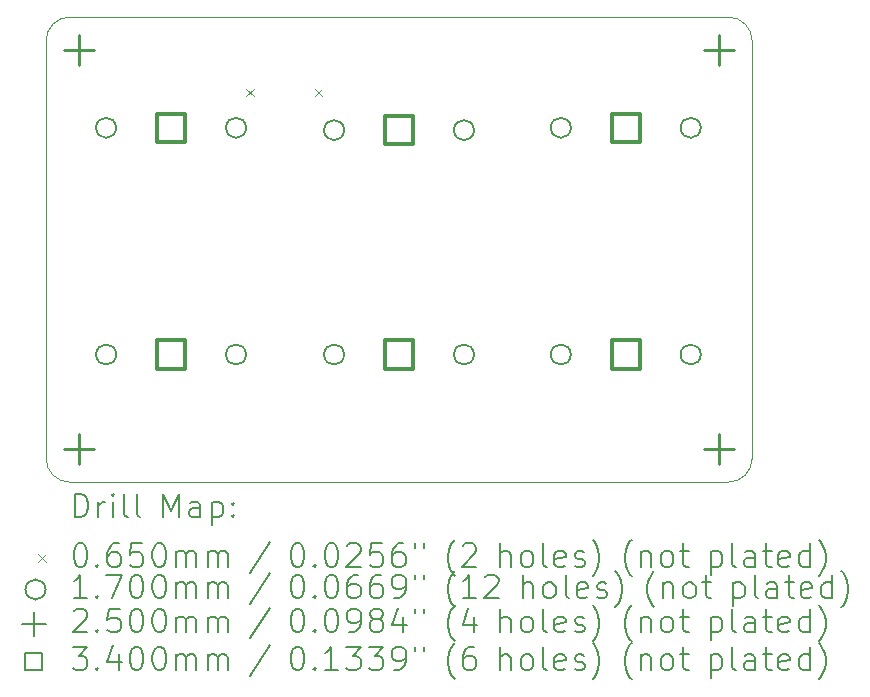
<source format=gbr>
%TF.GenerationSoftware,KiCad,Pcbnew,(7.0.0)*%
%TF.CreationDate,2023-09-09T12:16:29-05:00*%
%TF.ProjectId,6_key_macro_pad_V1,365f6b65-795f-46d6-9163-726f5f706164,rev?*%
%TF.SameCoordinates,Original*%
%TF.FileFunction,Drillmap*%
%TF.FilePolarity,Positive*%
%FSLAX45Y45*%
G04 Gerber Fmt 4.5, Leading zero omitted, Abs format (unit mm)*
G04 Created by KiCad (PCBNEW (7.0.0)) date 2023-09-09 12:16:29*
%MOMM*%
%LPD*%
G01*
G04 APERTURE LIST*
%ADD10C,0.100000*%
%ADD11C,0.200000*%
%ADD12C,0.065000*%
%ADD13C,0.170000*%
%ADD14C,0.250000*%
%ADD15C,0.340000*%
G04 APERTURE END LIST*
D10*
X15662208Y-10760322D02*
G75*
G03*
X15862201Y-10960322I199992J-8D01*
G01*
X21439359Y-10960319D02*
G75*
G03*
X21639359Y-10760322I2J199999D01*
G01*
X21639355Y-7223165D02*
G75*
G03*
X21439359Y-7023165I-199995J5D01*
G01*
X21439359Y-7023165D02*
X15862201Y-7023165D01*
X21639359Y-7223165D02*
X21639359Y-10760322D01*
X15862201Y-7023171D02*
G75*
G03*
X15662201Y-7223165I-1J-199999D01*
G01*
X15662201Y-7223165D02*
X15662201Y-10760322D01*
X15862201Y-10960322D02*
X21439359Y-10960322D01*
D11*
D12*
X17358500Y-7628000D02*
X17423500Y-7693000D01*
X17423500Y-7628000D02*
X17358500Y-7693000D01*
X17936500Y-7628000D02*
X18001500Y-7693000D01*
X18001500Y-7628000D02*
X17936500Y-7693000D01*
D13*
X16255000Y-7960000D02*
G75*
G03*
X16255000Y-7960000I-85000J0D01*
G01*
X16255000Y-9880000D02*
G75*
G03*
X16255000Y-9880000I-85000J0D01*
G01*
X17355000Y-7960000D02*
G75*
G03*
X17355000Y-7960000I-85000J0D01*
G01*
X17355000Y-9880000D02*
G75*
G03*
X17355000Y-9880000I-85000J0D01*
G01*
X18185000Y-7980000D02*
G75*
G03*
X18185000Y-7980000I-85000J0D01*
G01*
X18185000Y-9880000D02*
G75*
G03*
X18185000Y-9880000I-85000J0D01*
G01*
X19285000Y-7980000D02*
G75*
G03*
X19285000Y-7980000I-85000J0D01*
G01*
X19285000Y-9880000D02*
G75*
G03*
X19285000Y-9880000I-85000J0D01*
G01*
X20105000Y-7960000D02*
G75*
G03*
X20105000Y-7960000I-85000J0D01*
G01*
X20105000Y-9880000D02*
G75*
G03*
X20105000Y-9880000I-85000J0D01*
G01*
X21205000Y-7960000D02*
G75*
G03*
X21205000Y-7960000I-85000J0D01*
G01*
X21205000Y-9880000D02*
G75*
G03*
X21205000Y-9880000I-85000J0D01*
G01*
D14*
X15939358Y-7176744D02*
X15939358Y-7426744D01*
X15814358Y-7301744D02*
X16064358Y-7301744D01*
X15939358Y-10556744D02*
X15939358Y-10806744D01*
X15814358Y-10681744D02*
X16064358Y-10681744D01*
X21359359Y-7176744D02*
X21359359Y-7426744D01*
X21234359Y-7301744D02*
X21484359Y-7301744D01*
X21359359Y-10556744D02*
X21359359Y-10806744D01*
X21234359Y-10681744D02*
X21484359Y-10681744D01*
D15*
X16840209Y-8080209D02*
X16840209Y-7839791D01*
X16599791Y-7839791D01*
X16599791Y-8080209D01*
X16840209Y-8080209D01*
X16840209Y-10000209D02*
X16840209Y-9759791D01*
X16599791Y-9759791D01*
X16599791Y-10000209D01*
X16840209Y-10000209D01*
X18770209Y-8100209D02*
X18770209Y-7859791D01*
X18529791Y-7859791D01*
X18529791Y-8100209D01*
X18770209Y-8100209D01*
X18770209Y-10000209D02*
X18770209Y-9759791D01*
X18529791Y-9759791D01*
X18529791Y-10000209D01*
X18770209Y-10000209D01*
X20690209Y-8080209D02*
X20690209Y-7839791D01*
X20449791Y-7839791D01*
X20449791Y-8080209D01*
X20690209Y-8080209D01*
X20690209Y-10000209D02*
X20690209Y-9759791D01*
X20449791Y-9759791D01*
X20449791Y-10000209D01*
X20690209Y-10000209D01*
D11*
X15904820Y-11258798D02*
X15904820Y-11058798D01*
X15904820Y-11058798D02*
X15952439Y-11058798D01*
X15952439Y-11058798D02*
X15981011Y-11068322D01*
X15981011Y-11068322D02*
X16000058Y-11087370D01*
X16000058Y-11087370D02*
X16009582Y-11106417D01*
X16009582Y-11106417D02*
X16019106Y-11144513D01*
X16019106Y-11144513D02*
X16019106Y-11173084D01*
X16019106Y-11173084D02*
X16009582Y-11211179D01*
X16009582Y-11211179D02*
X16000058Y-11230227D01*
X16000058Y-11230227D02*
X15981011Y-11249274D01*
X15981011Y-11249274D02*
X15952439Y-11258798D01*
X15952439Y-11258798D02*
X15904820Y-11258798D01*
X16104820Y-11258798D02*
X16104820Y-11125465D01*
X16104820Y-11163560D02*
X16114344Y-11144513D01*
X16114344Y-11144513D02*
X16123868Y-11134989D01*
X16123868Y-11134989D02*
X16142915Y-11125465D01*
X16142915Y-11125465D02*
X16161963Y-11125465D01*
X16228630Y-11258798D02*
X16228630Y-11125465D01*
X16228630Y-11058798D02*
X16219106Y-11068322D01*
X16219106Y-11068322D02*
X16228630Y-11077846D01*
X16228630Y-11077846D02*
X16238154Y-11068322D01*
X16238154Y-11068322D02*
X16228630Y-11058798D01*
X16228630Y-11058798D02*
X16228630Y-11077846D01*
X16352439Y-11258798D02*
X16333392Y-11249274D01*
X16333392Y-11249274D02*
X16323868Y-11230227D01*
X16323868Y-11230227D02*
X16323868Y-11058798D01*
X16457201Y-11258798D02*
X16438154Y-11249274D01*
X16438154Y-11249274D02*
X16428630Y-11230227D01*
X16428630Y-11230227D02*
X16428630Y-11058798D01*
X16653392Y-11258798D02*
X16653392Y-11058798D01*
X16653392Y-11058798D02*
X16720058Y-11201655D01*
X16720058Y-11201655D02*
X16786725Y-11058798D01*
X16786725Y-11058798D02*
X16786725Y-11258798D01*
X16967677Y-11258798D02*
X16967677Y-11154036D01*
X16967677Y-11154036D02*
X16958154Y-11134989D01*
X16958154Y-11134989D02*
X16939106Y-11125465D01*
X16939106Y-11125465D02*
X16901011Y-11125465D01*
X16901011Y-11125465D02*
X16881963Y-11134989D01*
X16967677Y-11249274D02*
X16948630Y-11258798D01*
X16948630Y-11258798D02*
X16901011Y-11258798D01*
X16901011Y-11258798D02*
X16881963Y-11249274D01*
X16881963Y-11249274D02*
X16872439Y-11230227D01*
X16872439Y-11230227D02*
X16872439Y-11211179D01*
X16872439Y-11211179D02*
X16881963Y-11192132D01*
X16881963Y-11192132D02*
X16901011Y-11182608D01*
X16901011Y-11182608D02*
X16948630Y-11182608D01*
X16948630Y-11182608D02*
X16967677Y-11173084D01*
X17062916Y-11125465D02*
X17062916Y-11325465D01*
X17062916Y-11134989D02*
X17081963Y-11125465D01*
X17081963Y-11125465D02*
X17120058Y-11125465D01*
X17120058Y-11125465D02*
X17139106Y-11134989D01*
X17139106Y-11134989D02*
X17148630Y-11144513D01*
X17148630Y-11144513D02*
X17158154Y-11163560D01*
X17158154Y-11163560D02*
X17158154Y-11220703D01*
X17158154Y-11220703D02*
X17148630Y-11239751D01*
X17148630Y-11239751D02*
X17139106Y-11249274D01*
X17139106Y-11249274D02*
X17120058Y-11258798D01*
X17120058Y-11258798D02*
X17081963Y-11258798D01*
X17081963Y-11258798D02*
X17062916Y-11249274D01*
X17243868Y-11239751D02*
X17253392Y-11249274D01*
X17253392Y-11249274D02*
X17243868Y-11258798D01*
X17243868Y-11258798D02*
X17234344Y-11249274D01*
X17234344Y-11249274D02*
X17243868Y-11239751D01*
X17243868Y-11239751D02*
X17243868Y-11258798D01*
X17243868Y-11134989D02*
X17253392Y-11144513D01*
X17253392Y-11144513D02*
X17243868Y-11154036D01*
X17243868Y-11154036D02*
X17234344Y-11144513D01*
X17234344Y-11144513D02*
X17243868Y-11134989D01*
X17243868Y-11134989D02*
X17243868Y-11154036D01*
D12*
X15592201Y-11572822D02*
X15657201Y-11637822D01*
X15657201Y-11572822D02*
X15592201Y-11637822D01*
D11*
X15942915Y-11478798D02*
X15961963Y-11478798D01*
X15961963Y-11478798D02*
X15981011Y-11488322D01*
X15981011Y-11488322D02*
X15990535Y-11497846D01*
X15990535Y-11497846D02*
X16000058Y-11516894D01*
X16000058Y-11516894D02*
X16009582Y-11554989D01*
X16009582Y-11554989D02*
X16009582Y-11602608D01*
X16009582Y-11602608D02*
X16000058Y-11640703D01*
X16000058Y-11640703D02*
X15990535Y-11659751D01*
X15990535Y-11659751D02*
X15981011Y-11669274D01*
X15981011Y-11669274D02*
X15961963Y-11678798D01*
X15961963Y-11678798D02*
X15942915Y-11678798D01*
X15942915Y-11678798D02*
X15923868Y-11669274D01*
X15923868Y-11669274D02*
X15914344Y-11659751D01*
X15914344Y-11659751D02*
X15904820Y-11640703D01*
X15904820Y-11640703D02*
X15895296Y-11602608D01*
X15895296Y-11602608D02*
X15895296Y-11554989D01*
X15895296Y-11554989D02*
X15904820Y-11516894D01*
X15904820Y-11516894D02*
X15914344Y-11497846D01*
X15914344Y-11497846D02*
X15923868Y-11488322D01*
X15923868Y-11488322D02*
X15942915Y-11478798D01*
X16095296Y-11659751D02*
X16104820Y-11669274D01*
X16104820Y-11669274D02*
X16095296Y-11678798D01*
X16095296Y-11678798D02*
X16085773Y-11669274D01*
X16085773Y-11669274D02*
X16095296Y-11659751D01*
X16095296Y-11659751D02*
X16095296Y-11678798D01*
X16276249Y-11478798D02*
X16238154Y-11478798D01*
X16238154Y-11478798D02*
X16219106Y-11488322D01*
X16219106Y-11488322D02*
X16209582Y-11497846D01*
X16209582Y-11497846D02*
X16190535Y-11526417D01*
X16190535Y-11526417D02*
X16181011Y-11564513D01*
X16181011Y-11564513D02*
X16181011Y-11640703D01*
X16181011Y-11640703D02*
X16190535Y-11659751D01*
X16190535Y-11659751D02*
X16200058Y-11669274D01*
X16200058Y-11669274D02*
X16219106Y-11678798D01*
X16219106Y-11678798D02*
X16257201Y-11678798D01*
X16257201Y-11678798D02*
X16276249Y-11669274D01*
X16276249Y-11669274D02*
X16285773Y-11659751D01*
X16285773Y-11659751D02*
X16295296Y-11640703D01*
X16295296Y-11640703D02*
X16295296Y-11593084D01*
X16295296Y-11593084D02*
X16285773Y-11574036D01*
X16285773Y-11574036D02*
X16276249Y-11564513D01*
X16276249Y-11564513D02*
X16257201Y-11554989D01*
X16257201Y-11554989D02*
X16219106Y-11554989D01*
X16219106Y-11554989D02*
X16200058Y-11564513D01*
X16200058Y-11564513D02*
X16190535Y-11574036D01*
X16190535Y-11574036D02*
X16181011Y-11593084D01*
X16476249Y-11478798D02*
X16381011Y-11478798D01*
X16381011Y-11478798D02*
X16371487Y-11574036D01*
X16371487Y-11574036D02*
X16381011Y-11564513D01*
X16381011Y-11564513D02*
X16400058Y-11554989D01*
X16400058Y-11554989D02*
X16447677Y-11554989D01*
X16447677Y-11554989D02*
X16466725Y-11564513D01*
X16466725Y-11564513D02*
X16476249Y-11574036D01*
X16476249Y-11574036D02*
X16485773Y-11593084D01*
X16485773Y-11593084D02*
X16485773Y-11640703D01*
X16485773Y-11640703D02*
X16476249Y-11659751D01*
X16476249Y-11659751D02*
X16466725Y-11669274D01*
X16466725Y-11669274D02*
X16447677Y-11678798D01*
X16447677Y-11678798D02*
X16400058Y-11678798D01*
X16400058Y-11678798D02*
X16381011Y-11669274D01*
X16381011Y-11669274D02*
X16371487Y-11659751D01*
X16609582Y-11478798D02*
X16628630Y-11478798D01*
X16628630Y-11478798D02*
X16647677Y-11488322D01*
X16647677Y-11488322D02*
X16657201Y-11497846D01*
X16657201Y-11497846D02*
X16666725Y-11516894D01*
X16666725Y-11516894D02*
X16676249Y-11554989D01*
X16676249Y-11554989D02*
X16676249Y-11602608D01*
X16676249Y-11602608D02*
X16666725Y-11640703D01*
X16666725Y-11640703D02*
X16657201Y-11659751D01*
X16657201Y-11659751D02*
X16647677Y-11669274D01*
X16647677Y-11669274D02*
X16628630Y-11678798D01*
X16628630Y-11678798D02*
X16609582Y-11678798D01*
X16609582Y-11678798D02*
X16590535Y-11669274D01*
X16590535Y-11669274D02*
X16581011Y-11659751D01*
X16581011Y-11659751D02*
X16571487Y-11640703D01*
X16571487Y-11640703D02*
X16561963Y-11602608D01*
X16561963Y-11602608D02*
X16561963Y-11554989D01*
X16561963Y-11554989D02*
X16571487Y-11516894D01*
X16571487Y-11516894D02*
X16581011Y-11497846D01*
X16581011Y-11497846D02*
X16590535Y-11488322D01*
X16590535Y-11488322D02*
X16609582Y-11478798D01*
X16761963Y-11678798D02*
X16761963Y-11545465D01*
X16761963Y-11564513D02*
X16771487Y-11554989D01*
X16771487Y-11554989D02*
X16790535Y-11545465D01*
X16790535Y-11545465D02*
X16819106Y-11545465D01*
X16819106Y-11545465D02*
X16838154Y-11554989D01*
X16838154Y-11554989D02*
X16847678Y-11574036D01*
X16847678Y-11574036D02*
X16847678Y-11678798D01*
X16847678Y-11574036D02*
X16857201Y-11554989D01*
X16857201Y-11554989D02*
X16876249Y-11545465D01*
X16876249Y-11545465D02*
X16904820Y-11545465D01*
X16904820Y-11545465D02*
X16923868Y-11554989D01*
X16923868Y-11554989D02*
X16933392Y-11574036D01*
X16933392Y-11574036D02*
X16933392Y-11678798D01*
X17028630Y-11678798D02*
X17028630Y-11545465D01*
X17028630Y-11564513D02*
X17038154Y-11554989D01*
X17038154Y-11554989D02*
X17057201Y-11545465D01*
X17057201Y-11545465D02*
X17085773Y-11545465D01*
X17085773Y-11545465D02*
X17104820Y-11554989D01*
X17104820Y-11554989D02*
X17114344Y-11574036D01*
X17114344Y-11574036D02*
X17114344Y-11678798D01*
X17114344Y-11574036D02*
X17123868Y-11554989D01*
X17123868Y-11554989D02*
X17142916Y-11545465D01*
X17142916Y-11545465D02*
X17171487Y-11545465D01*
X17171487Y-11545465D02*
X17190535Y-11554989D01*
X17190535Y-11554989D02*
X17200059Y-11574036D01*
X17200059Y-11574036D02*
X17200059Y-11678798D01*
X17558154Y-11469274D02*
X17386725Y-11726417D01*
X17782916Y-11478798D02*
X17801963Y-11478798D01*
X17801963Y-11478798D02*
X17821011Y-11488322D01*
X17821011Y-11488322D02*
X17830535Y-11497846D01*
X17830535Y-11497846D02*
X17840059Y-11516894D01*
X17840059Y-11516894D02*
X17849582Y-11554989D01*
X17849582Y-11554989D02*
X17849582Y-11602608D01*
X17849582Y-11602608D02*
X17840059Y-11640703D01*
X17840059Y-11640703D02*
X17830535Y-11659751D01*
X17830535Y-11659751D02*
X17821011Y-11669274D01*
X17821011Y-11669274D02*
X17801963Y-11678798D01*
X17801963Y-11678798D02*
X17782916Y-11678798D01*
X17782916Y-11678798D02*
X17763868Y-11669274D01*
X17763868Y-11669274D02*
X17754344Y-11659751D01*
X17754344Y-11659751D02*
X17744820Y-11640703D01*
X17744820Y-11640703D02*
X17735297Y-11602608D01*
X17735297Y-11602608D02*
X17735297Y-11554989D01*
X17735297Y-11554989D02*
X17744820Y-11516894D01*
X17744820Y-11516894D02*
X17754344Y-11497846D01*
X17754344Y-11497846D02*
X17763868Y-11488322D01*
X17763868Y-11488322D02*
X17782916Y-11478798D01*
X17935297Y-11659751D02*
X17944820Y-11669274D01*
X17944820Y-11669274D02*
X17935297Y-11678798D01*
X17935297Y-11678798D02*
X17925773Y-11669274D01*
X17925773Y-11669274D02*
X17935297Y-11659751D01*
X17935297Y-11659751D02*
X17935297Y-11678798D01*
X18068630Y-11478798D02*
X18087678Y-11478798D01*
X18087678Y-11478798D02*
X18106725Y-11488322D01*
X18106725Y-11488322D02*
X18116249Y-11497846D01*
X18116249Y-11497846D02*
X18125773Y-11516894D01*
X18125773Y-11516894D02*
X18135297Y-11554989D01*
X18135297Y-11554989D02*
X18135297Y-11602608D01*
X18135297Y-11602608D02*
X18125773Y-11640703D01*
X18125773Y-11640703D02*
X18116249Y-11659751D01*
X18116249Y-11659751D02*
X18106725Y-11669274D01*
X18106725Y-11669274D02*
X18087678Y-11678798D01*
X18087678Y-11678798D02*
X18068630Y-11678798D01*
X18068630Y-11678798D02*
X18049582Y-11669274D01*
X18049582Y-11669274D02*
X18040059Y-11659751D01*
X18040059Y-11659751D02*
X18030535Y-11640703D01*
X18030535Y-11640703D02*
X18021011Y-11602608D01*
X18021011Y-11602608D02*
X18021011Y-11554989D01*
X18021011Y-11554989D02*
X18030535Y-11516894D01*
X18030535Y-11516894D02*
X18040059Y-11497846D01*
X18040059Y-11497846D02*
X18049582Y-11488322D01*
X18049582Y-11488322D02*
X18068630Y-11478798D01*
X18211487Y-11497846D02*
X18221011Y-11488322D01*
X18221011Y-11488322D02*
X18240059Y-11478798D01*
X18240059Y-11478798D02*
X18287678Y-11478798D01*
X18287678Y-11478798D02*
X18306725Y-11488322D01*
X18306725Y-11488322D02*
X18316249Y-11497846D01*
X18316249Y-11497846D02*
X18325773Y-11516894D01*
X18325773Y-11516894D02*
X18325773Y-11535941D01*
X18325773Y-11535941D02*
X18316249Y-11564513D01*
X18316249Y-11564513D02*
X18201963Y-11678798D01*
X18201963Y-11678798D02*
X18325773Y-11678798D01*
X18506725Y-11478798D02*
X18411487Y-11478798D01*
X18411487Y-11478798D02*
X18401963Y-11574036D01*
X18401963Y-11574036D02*
X18411487Y-11564513D01*
X18411487Y-11564513D02*
X18430535Y-11554989D01*
X18430535Y-11554989D02*
X18478154Y-11554989D01*
X18478154Y-11554989D02*
X18497201Y-11564513D01*
X18497201Y-11564513D02*
X18506725Y-11574036D01*
X18506725Y-11574036D02*
X18516249Y-11593084D01*
X18516249Y-11593084D02*
X18516249Y-11640703D01*
X18516249Y-11640703D02*
X18506725Y-11659751D01*
X18506725Y-11659751D02*
X18497201Y-11669274D01*
X18497201Y-11669274D02*
X18478154Y-11678798D01*
X18478154Y-11678798D02*
X18430535Y-11678798D01*
X18430535Y-11678798D02*
X18411487Y-11669274D01*
X18411487Y-11669274D02*
X18401963Y-11659751D01*
X18687678Y-11478798D02*
X18649582Y-11478798D01*
X18649582Y-11478798D02*
X18630535Y-11488322D01*
X18630535Y-11488322D02*
X18621011Y-11497846D01*
X18621011Y-11497846D02*
X18601963Y-11526417D01*
X18601963Y-11526417D02*
X18592440Y-11564513D01*
X18592440Y-11564513D02*
X18592440Y-11640703D01*
X18592440Y-11640703D02*
X18601963Y-11659751D01*
X18601963Y-11659751D02*
X18611487Y-11669274D01*
X18611487Y-11669274D02*
X18630535Y-11678798D01*
X18630535Y-11678798D02*
X18668630Y-11678798D01*
X18668630Y-11678798D02*
X18687678Y-11669274D01*
X18687678Y-11669274D02*
X18697201Y-11659751D01*
X18697201Y-11659751D02*
X18706725Y-11640703D01*
X18706725Y-11640703D02*
X18706725Y-11593084D01*
X18706725Y-11593084D02*
X18697201Y-11574036D01*
X18697201Y-11574036D02*
X18687678Y-11564513D01*
X18687678Y-11564513D02*
X18668630Y-11554989D01*
X18668630Y-11554989D02*
X18630535Y-11554989D01*
X18630535Y-11554989D02*
X18611487Y-11564513D01*
X18611487Y-11564513D02*
X18601963Y-11574036D01*
X18601963Y-11574036D02*
X18592440Y-11593084D01*
X18782916Y-11478798D02*
X18782916Y-11516894D01*
X18859106Y-11478798D02*
X18859106Y-11516894D01*
X19121963Y-11754989D02*
X19112440Y-11745465D01*
X19112440Y-11745465D02*
X19093392Y-11716894D01*
X19093392Y-11716894D02*
X19083868Y-11697846D01*
X19083868Y-11697846D02*
X19074344Y-11669274D01*
X19074344Y-11669274D02*
X19064821Y-11621655D01*
X19064821Y-11621655D02*
X19064821Y-11583560D01*
X19064821Y-11583560D02*
X19074344Y-11535941D01*
X19074344Y-11535941D02*
X19083868Y-11507370D01*
X19083868Y-11507370D02*
X19093392Y-11488322D01*
X19093392Y-11488322D02*
X19112440Y-11459751D01*
X19112440Y-11459751D02*
X19121963Y-11450227D01*
X19188630Y-11497846D02*
X19198154Y-11488322D01*
X19198154Y-11488322D02*
X19217201Y-11478798D01*
X19217201Y-11478798D02*
X19264821Y-11478798D01*
X19264821Y-11478798D02*
X19283868Y-11488322D01*
X19283868Y-11488322D02*
X19293392Y-11497846D01*
X19293392Y-11497846D02*
X19302916Y-11516894D01*
X19302916Y-11516894D02*
X19302916Y-11535941D01*
X19302916Y-11535941D02*
X19293392Y-11564513D01*
X19293392Y-11564513D02*
X19179106Y-11678798D01*
X19179106Y-11678798D02*
X19302916Y-11678798D01*
X19508630Y-11678798D02*
X19508630Y-11478798D01*
X19594344Y-11678798D02*
X19594344Y-11574036D01*
X19594344Y-11574036D02*
X19584821Y-11554989D01*
X19584821Y-11554989D02*
X19565773Y-11545465D01*
X19565773Y-11545465D02*
X19537201Y-11545465D01*
X19537201Y-11545465D02*
X19518154Y-11554989D01*
X19518154Y-11554989D02*
X19508630Y-11564513D01*
X19718154Y-11678798D02*
X19699106Y-11669274D01*
X19699106Y-11669274D02*
X19689582Y-11659751D01*
X19689582Y-11659751D02*
X19680059Y-11640703D01*
X19680059Y-11640703D02*
X19680059Y-11583560D01*
X19680059Y-11583560D02*
X19689582Y-11564513D01*
X19689582Y-11564513D02*
X19699106Y-11554989D01*
X19699106Y-11554989D02*
X19718154Y-11545465D01*
X19718154Y-11545465D02*
X19746725Y-11545465D01*
X19746725Y-11545465D02*
X19765773Y-11554989D01*
X19765773Y-11554989D02*
X19775297Y-11564513D01*
X19775297Y-11564513D02*
X19784821Y-11583560D01*
X19784821Y-11583560D02*
X19784821Y-11640703D01*
X19784821Y-11640703D02*
X19775297Y-11659751D01*
X19775297Y-11659751D02*
X19765773Y-11669274D01*
X19765773Y-11669274D02*
X19746725Y-11678798D01*
X19746725Y-11678798D02*
X19718154Y-11678798D01*
X19899106Y-11678798D02*
X19880059Y-11669274D01*
X19880059Y-11669274D02*
X19870535Y-11650227D01*
X19870535Y-11650227D02*
X19870535Y-11478798D01*
X20051487Y-11669274D02*
X20032440Y-11678798D01*
X20032440Y-11678798D02*
X19994344Y-11678798D01*
X19994344Y-11678798D02*
X19975297Y-11669274D01*
X19975297Y-11669274D02*
X19965773Y-11650227D01*
X19965773Y-11650227D02*
X19965773Y-11574036D01*
X19965773Y-11574036D02*
X19975297Y-11554989D01*
X19975297Y-11554989D02*
X19994344Y-11545465D01*
X19994344Y-11545465D02*
X20032440Y-11545465D01*
X20032440Y-11545465D02*
X20051487Y-11554989D01*
X20051487Y-11554989D02*
X20061011Y-11574036D01*
X20061011Y-11574036D02*
X20061011Y-11593084D01*
X20061011Y-11593084D02*
X19965773Y-11612132D01*
X20137202Y-11669274D02*
X20156249Y-11678798D01*
X20156249Y-11678798D02*
X20194344Y-11678798D01*
X20194344Y-11678798D02*
X20213392Y-11669274D01*
X20213392Y-11669274D02*
X20222916Y-11650227D01*
X20222916Y-11650227D02*
X20222916Y-11640703D01*
X20222916Y-11640703D02*
X20213392Y-11621655D01*
X20213392Y-11621655D02*
X20194344Y-11612132D01*
X20194344Y-11612132D02*
X20165773Y-11612132D01*
X20165773Y-11612132D02*
X20146725Y-11602608D01*
X20146725Y-11602608D02*
X20137202Y-11583560D01*
X20137202Y-11583560D02*
X20137202Y-11574036D01*
X20137202Y-11574036D02*
X20146725Y-11554989D01*
X20146725Y-11554989D02*
X20165773Y-11545465D01*
X20165773Y-11545465D02*
X20194344Y-11545465D01*
X20194344Y-11545465D02*
X20213392Y-11554989D01*
X20289583Y-11754989D02*
X20299106Y-11745465D01*
X20299106Y-11745465D02*
X20318154Y-11716894D01*
X20318154Y-11716894D02*
X20327678Y-11697846D01*
X20327678Y-11697846D02*
X20337202Y-11669274D01*
X20337202Y-11669274D02*
X20346725Y-11621655D01*
X20346725Y-11621655D02*
X20346725Y-11583560D01*
X20346725Y-11583560D02*
X20337202Y-11535941D01*
X20337202Y-11535941D02*
X20327678Y-11507370D01*
X20327678Y-11507370D02*
X20318154Y-11488322D01*
X20318154Y-11488322D02*
X20299106Y-11459751D01*
X20299106Y-11459751D02*
X20289583Y-11450227D01*
X20619106Y-11754989D02*
X20609582Y-11745465D01*
X20609582Y-11745465D02*
X20590535Y-11716894D01*
X20590535Y-11716894D02*
X20581011Y-11697846D01*
X20581011Y-11697846D02*
X20571487Y-11669274D01*
X20571487Y-11669274D02*
X20561963Y-11621655D01*
X20561963Y-11621655D02*
X20561963Y-11583560D01*
X20561963Y-11583560D02*
X20571487Y-11535941D01*
X20571487Y-11535941D02*
X20581011Y-11507370D01*
X20581011Y-11507370D02*
X20590535Y-11488322D01*
X20590535Y-11488322D02*
X20609582Y-11459751D01*
X20609582Y-11459751D02*
X20619106Y-11450227D01*
X20695297Y-11545465D02*
X20695297Y-11678798D01*
X20695297Y-11564513D02*
X20704821Y-11554989D01*
X20704821Y-11554989D02*
X20723868Y-11545465D01*
X20723868Y-11545465D02*
X20752440Y-11545465D01*
X20752440Y-11545465D02*
X20771487Y-11554989D01*
X20771487Y-11554989D02*
X20781011Y-11574036D01*
X20781011Y-11574036D02*
X20781011Y-11678798D01*
X20904821Y-11678798D02*
X20885773Y-11669274D01*
X20885773Y-11669274D02*
X20876249Y-11659751D01*
X20876249Y-11659751D02*
X20866725Y-11640703D01*
X20866725Y-11640703D02*
X20866725Y-11583560D01*
X20866725Y-11583560D02*
X20876249Y-11564513D01*
X20876249Y-11564513D02*
X20885773Y-11554989D01*
X20885773Y-11554989D02*
X20904821Y-11545465D01*
X20904821Y-11545465D02*
X20933392Y-11545465D01*
X20933392Y-11545465D02*
X20952440Y-11554989D01*
X20952440Y-11554989D02*
X20961963Y-11564513D01*
X20961963Y-11564513D02*
X20971487Y-11583560D01*
X20971487Y-11583560D02*
X20971487Y-11640703D01*
X20971487Y-11640703D02*
X20961963Y-11659751D01*
X20961963Y-11659751D02*
X20952440Y-11669274D01*
X20952440Y-11669274D02*
X20933392Y-11678798D01*
X20933392Y-11678798D02*
X20904821Y-11678798D01*
X21028630Y-11545465D02*
X21104821Y-11545465D01*
X21057202Y-11478798D02*
X21057202Y-11650227D01*
X21057202Y-11650227D02*
X21066725Y-11669274D01*
X21066725Y-11669274D02*
X21085773Y-11678798D01*
X21085773Y-11678798D02*
X21104821Y-11678798D01*
X21291487Y-11545465D02*
X21291487Y-11745465D01*
X21291487Y-11554989D02*
X21310535Y-11545465D01*
X21310535Y-11545465D02*
X21348630Y-11545465D01*
X21348630Y-11545465D02*
X21367678Y-11554989D01*
X21367678Y-11554989D02*
X21377202Y-11564513D01*
X21377202Y-11564513D02*
X21386725Y-11583560D01*
X21386725Y-11583560D02*
X21386725Y-11640703D01*
X21386725Y-11640703D02*
X21377202Y-11659751D01*
X21377202Y-11659751D02*
X21367678Y-11669274D01*
X21367678Y-11669274D02*
X21348630Y-11678798D01*
X21348630Y-11678798D02*
X21310535Y-11678798D01*
X21310535Y-11678798D02*
X21291487Y-11669274D01*
X21501011Y-11678798D02*
X21481963Y-11669274D01*
X21481963Y-11669274D02*
X21472440Y-11650227D01*
X21472440Y-11650227D02*
X21472440Y-11478798D01*
X21662916Y-11678798D02*
X21662916Y-11574036D01*
X21662916Y-11574036D02*
X21653392Y-11554989D01*
X21653392Y-11554989D02*
X21634344Y-11545465D01*
X21634344Y-11545465D02*
X21596249Y-11545465D01*
X21596249Y-11545465D02*
X21577202Y-11554989D01*
X21662916Y-11669274D02*
X21643868Y-11678798D01*
X21643868Y-11678798D02*
X21596249Y-11678798D01*
X21596249Y-11678798D02*
X21577202Y-11669274D01*
X21577202Y-11669274D02*
X21567678Y-11650227D01*
X21567678Y-11650227D02*
X21567678Y-11631179D01*
X21567678Y-11631179D02*
X21577202Y-11612132D01*
X21577202Y-11612132D02*
X21596249Y-11602608D01*
X21596249Y-11602608D02*
X21643868Y-11602608D01*
X21643868Y-11602608D02*
X21662916Y-11593084D01*
X21729583Y-11545465D02*
X21805773Y-11545465D01*
X21758154Y-11478798D02*
X21758154Y-11650227D01*
X21758154Y-11650227D02*
X21767678Y-11669274D01*
X21767678Y-11669274D02*
X21786725Y-11678798D01*
X21786725Y-11678798D02*
X21805773Y-11678798D01*
X21948630Y-11669274D02*
X21929583Y-11678798D01*
X21929583Y-11678798D02*
X21891487Y-11678798D01*
X21891487Y-11678798D02*
X21872440Y-11669274D01*
X21872440Y-11669274D02*
X21862916Y-11650227D01*
X21862916Y-11650227D02*
X21862916Y-11574036D01*
X21862916Y-11574036D02*
X21872440Y-11554989D01*
X21872440Y-11554989D02*
X21891487Y-11545465D01*
X21891487Y-11545465D02*
X21929583Y-11545465D01*
X21929583Y-11545465D02*
X21948630Y-11554989D01*
X21948630Y-11554989D02*
X21958154Y-11574036D01*
X21958154Y-11574036D02*
X21958154Y-11593084D01*
X21958154Y-11593084D02*
X21862916Y-11612132D01*
X22129583Y-11678798D02*
X22129583Y-11478798D01*
X22129583Y-11669274D02*
X22110535Y-11678798D01*
X22110535Y-11678798D02*
X22072440Y-11678798D01*
X22072440Y-11678798D02*
X22053392Y-11669274D01*
X22053392Y-11669274D02*
X22043868Y-11659751D01*
X22043868Y-11659751D02*
X22034344Y-11640703D01*
X22034344Y-11640703D02*
X22034344Y-11583560D01*
X22034344Y-11583560D02*
X22043868Y-11564513D01*
X22043868Y-11564513D02*
X22053392Y-11554989D01*
X22053392Y-11554989D02*
X22072440Y-11545465D01*
X22072440Y-11545465D02*
X22110535Y-11545465D01*
X22110535Y-11545465D02*
X22129583Y-11554989D01*
X22205773Y-11754989D02*
X22215297Y-11745465D01*
X22215297Y-11745465D02*
X22234344Y-11716894D01*
X22234344Y-11716894D02*
X22243868Y-11697846D01*
X22243868Y-11697846D02*
X22253392Y-11669274D01*
X22253392Y-11669274D02*
X22262916Y-11621655D01*
X22262916Y-11621655D02*
X22262916Y-11583560D01*
X22262916Y-11583560D02*
X22253392Y-11535941D01*
X22253392Y-11535941D02*
X22243868Y-11507370D01*
X22243868Y-11507370D02*
X22234344Y-11488322D01*
X22234344Y-11488322D02*
X22215297Y-11459751D01*
X22215297Y-11459751D02*
X22205773Y-11450227D01*
D13*
X15657201Y-11869322D02*
G75*
G03*
X15657201Y-11869322I-85000J0D01*
G01*
D11*
X16009582Y-11942798D02*
X15895296Y-11942798D01*
X15952439Y-11942798D02*
X15952439Y-11742798D01*
X15952439Y-11742798D02*
X15933392Y-11771370D01*
X15933392Y-11771370D02*
X15914344Y-11790417D01*
X15914344Y-11790417D02*
X15895296Y-11799941D01*
X16095296Y-11923751D02*
X16104820Y-11933274D01*
X16104820Y-11933274D02*
X16095296Y-11942798D01*
X16095296Y-11942798D02*
X16085773Y-11933274D01*
X16085773Y-11933274D02*
X16095296Y-11923751D01*
X16095296Y-11923751D02*
X16095296Y-11942798D01*
X16171487Y-11742798D02*
X16304820Y-11742798D01*
X16304820Y-11742798D02*
X16219106Y-11942798D01*
X16419106Y-11742798D02*
X16438154Y-11742798D01*
X16438154Y-11742798D02*
X16457201Y-11752322D01*
X16457201Y-11752322D02*
X16466725Y-11761846D01*
X16466725Y-11761846D02*
X16476249Y-11780894D01*
X16476249Y-11780894D02*
X16485773Y-11818989D01*
X16485773Y-11818989D02*
X16485773Y-11866608D01*
X16485773Y-11866608D02*
X16476249Y-11904703D01*
X16476249Y-11904703D02*
X16466725Y-11923751D01*
X16466725Y-11923751D02*
X16457201Y-11933274D01*
X16457201Y-11933274D02*
X16438154Y-11942798D01*
X16438154Y-11942798D02*
X16419106Y-11942798D01*
X16419106Y-11942798D02*
X16400058Y-11933274D01*
X16400058Y-11933274D02*
X16390535Y-11923751D01*
X16390535Y-11923751D02*
X16381011Y-11904703D01*
X16381011Y-11904703D02*
X16371487Y-11866608D01*
X16371487Y-11866608D02*
X16371487Y-11818989D01*
X16371487Y-11818989D02*
X16381011Y-11780894D01*
X16381011Y-11780894D02*
X16390535Y-11761846D01*
X16390535Y-11761846D02*
X16400058Y-11752322D01*
X16400058Y-11752322D02*
X16419106Y-11742798D01*
X16609582Y-11742798D02*
X16628630Y-11742798D01*
X16628630Y-11742798D02*
X16647677Y-11752322D01*
X16647677Y-11752322D02*
X16657201Y-11761846D01*
X16657201Y-11761846D02*
X16666725Y-11780894D01*
X16666725Y-11780894D02*
X16676249Y-11818989D01*
X16676249Y-11818989D02*
X16676249Y-11866608D01*
X16676249Y-11866608D02*
X16666725Y-11904703D01*
X16666725Y-11904703D02*
X16657201Y-11923751D01*
X16657201Y-11923751D02*
X16647677Y-11933274D01*
X16647677Y-11933274D02*
X16628630Y-11942798D01*
X16628630Y-11942798D02*
X16609582Y-11942798D01*
X16609582Y-11942798D02*
X16590535Y-11933274D01*
X16590535Y-11933274D02*
X16581011Y-11923751D01*
X16581011Y-11923751D02*
X16571487Y-11904703D01*
X16571487Y-11904703D02*
X16561963Y-11866608D01*
X16561963Y-11866608D02*
X16561963Y-11818989D01*
X16561963Y-11818989D02*
X16571487Y-11780894D01*
X16571487Y-11780894D02*
X16581011Y-11761846D01*
X16581011Y-11761846D02*
X16590535Y-11752322D01*
X16590535Y-11752322D02*
X16609582Y-11742798D01*
X16761963Y-11942798D02*
X16761963Y-11809465D01*
X16761963Y-11828513D02*
X16771487Y-11818989D01*
X16771487Y-11818989D02*
X16790535Y-11809465D01*
X16790535Y-11809465D02*
X16819106Y-11809465D01*
X16819106Y-11809465D02*
X16838154Y-11818989D01*
X16838154Y-11818989D02*
X16847678Y-11838036D01*
X16847678Y-11838036D02*
X16847678Y-11942798D01*
X16847678Y-11838036D02*
X16857201Y-11818989D01*
X16857201Y-11818989D02*
X16876249Y-11809465D01*
X16876249Y-11809465D02*
X16904820Y-11809465D01*
X16904820Y-11809465D02*
X16923868Y-11818989D01*
X16923868Y-11818989D02*
X16933392Y-11838036D01*
X16933392Y-11838036D02*
X16933392Y-11942798D01*
X17028630Y-11942798D02*
X17028630Y-11809465D01*
X17028630Y-11828513D02*
X17038154Y-11818989D01*
X17038154Y-11818989D02*
X17057201Y-11809465D01*
X17057201Y-11809465D02*
X17085773Y-11809465D01*
X17085773Y-11809465D02*
X17104820Y-11818989D01*
X17104820Y-11818989D02*
X17114344Y-11838036D01*
X17114344Y-11838036D02*
X17114344Y-11942798D01*
X17114344Y-11838036D02*
X17123868Y-11818989D01*
X17123868Y-11818989D02*
X17142916Y-11809465D01*
X17142916Y-11809465D02*
X17171487Y-11809465D01*
X17171487Y-11809465D02*
X17190535Y-11818989D01*
X17190535Y-11818989D02*
X17200059Y-11838036D01*
X17200059Y-11838036D02*
X17200059Y-11942798D01*
X17558154Y-11733274D02*
X17386725Y-11990417D01*
X17782916Y-11742798D02*
X17801963Y-11742798D01*
X17801963Y-11742798D02*
X17821011Y-11752322D01*
X17821011Y-11752322D02*
X17830535Y-11761846D01*
X17830535Y-11761846D02*
X17840059Y-11780894D01*
X17840059Y-11780894D02*
X17849582Y-11818989D01*
X17849582Y-11818989D02*
X17849582Y-11866608D01*
X17849582Y-11866608D02*
X17840059Y-11904703D01*
X17840059Y-11904703D02*
X17830535Y-11923751D01*
X17830535Y-11923751D02*
X17821011Y-11933274D01*
X17821011Y-11933274D02*
X17801963Y-11942798D01*
X17801963Y-11942798D02*
X17782916Y-11942798D01*
X17782916Y-11942798D02*
X17763868Y-11933274D01*
X17763868Y-11933274D02*
X17754344Y-11923751D01*
X17754344Y-11923751D02*
X17744820Y-11904703D01*
X17744820Y-11904703D02*
X17735297Y-11866608D01*
X17735297Y-11866608D02*
X17735297Y-11818989D01*
X17735297Y-11818989D02*
X17744820Y-11780894D01*
X17744820Y-11780894D02*
X17754344Y-11761846D01*
X17754344Y-11761846D02*
X17763868Y-11752322D01*
X17763868Y-11752322D02*
X17782916Y-11742798D01*
X17935297Y-11923751D02*
X17944820Y-11933274D01*
X17944820Y-11933274D02*
X17935297Y-11942798D01*
X17935297Y-11942798D02*
X17925773Y-11933274D01*
X17925773Y-11933274D02*
X17935297Y-11923751D01*
X17935297Y-11923751D02*
X17935297Y-11942798D01*
X18068630Y-11742798D02*
X18087678Y-11742798D01*
X18087678Y-11742798D02*
X18106725Y-11752322D01*
X18106725Y-11752322D02*
X18116249Y-11761846D01*
X18116249Y-11761846D02*
X18125773Y-11780894D01*
X18125773Y-11780894D02*
X18135297Y-11818989D01*
X18135297Y-11818989D02*
X18135297Y-11866608D01*
X18135297Y-11866608D02*
X18125773Y-11904703D01*
X18125773Y-11904703D02*
X18116249Y-11923751D01*
X18116249Y-11923751D02*
X18106725Y-11933274D01*
X18106725Y-11933274D02*
X18087678Y-11942798D01*
X18087678Y-11942798D02*
X18068630Y-11942798D01*
X18068630Y-11942798D02*
X18049582Y-11933274D01*
X18049582Y-11933274D02*
X18040059Y-11923751D01*
X18040059Y-11923751D02*
X18030535Y-11904703D01*
X18030535Y-11904703D02*
X18021011Y-11866608D01*
X18021011Y-11866608D02*
X18021011Y-11818989D01*
X18021011Y-11818989D02*
X18030535Y-11780894D01*
X18030535Y-11780894D02*
X18040059Y-11761846D01*
X18040059Y-11761846D02*
X18049582Y-11752322D01*
X18049582Y-11752322D02*
X18068630Y-11742798D01*
X18306725Y-11742798D02*
X18268630Y-11742798D01*
X18268630Y-11742798D02*
X18249582Y-11752322D01*
X18249582Y-11752322D02*
X18240059Y-11761846D01*
X18240059Y-11761846D02*
X18221011Y-11790417D01*
X18221011Y-11790417D02*
X18211487Y-11828513D01*
X18211487Y-11828513D02*
X18211487Y-11904703D01*
X18211487Y-11904703D02*
X18221011Y-11923751D01*
X18221011Y-11923751D02*
X18230535Y-11933274D01*
X18230535Y-11933274D02*
X18249582Y-11942798D01*
X18249582Y-11942798D02*
X18287678Y-11942798D01*
X18287678Y-11942798D02*
X18306725Y-11933274D01*
X18306725Y-11933274D02*
X18316249Y-11923751D01*
X18316249Y-11923751D02*
X18325773Y-11904703D01*
X18325773Y-11904703D02*
X18325773Y-11857084D01*
X18325773Y-11857084D02*
X18316249Y-11838036D01*
X18316249Y-11838036D02*
X18306725Y-11828513D01*
X18306725Y-11828513D02*
X18287678Y-11818989D01*
X18287678Y-11818989D02*
X18249582Y-11818989D01*
X18249582Y-11818989D02*
X18230535Y-11828513D01*
X18230535Y-11828513D02*
X18221011Y-11838036D01*
X18221011Y-11838036D02*
X18211487Y-11857084D01*
X18497201Y-11742798D02*
X18459106Y-11742798D01*
X18459106Y-11742798D02*
X18440059Y-11752322D01*
X18440059Y-11752322D02*
X18430535Y-11761846D01*
X18430535Y-11761846D02*
X18411487Y-11790417D01*
X18411487Y-11790417D02*
X18401963Y-11828513D01*
X18401963Y-11828513D02*
X18401963Y-11904703D01*
X18401963Y-11904703D02*
X18411487Y-11923751D01*
X18411487Y-11923751D02*
X18421011Y-11933274D01*
X18421011Y-11933274D02*
X18440059Y-11942798D01*
X18440059Y-11942798D02*
X18478154Y-11942798D01*
X18478154Y-11942798D02*
X18497201Y-11933274D01*
X18497201Y-11933274D02*
X18506725Y-11923751D01*
X18506725Y-11923751D02*
X18516249Y-11904703D01*
X18516249Y-11904703D02*
X18516249Y-11857084D01*
X18516249Y-11857084D02*
X18506725Y-11838036D01*
X18506725Y-11838036D02*
X18497201Y-11828513D01*
X18497201Y-11828513D02*
X18478154Y-11818989D01*
X18478154Y-11818989D02*
X18440059Y-11818989D01*
X18440059Y-11818989D02*
X18421011Y-11828513D01*
X18421011Y-11828513D02*
X18411487Y-11838036D01*
X18411487Y-11838036D02*
X18401963Y-11857084D01*
X18611487Y-11942798D02*
X18649582Y-11942798D01*
X18649582Y-11942798D02*
X18668630Y-11933274D01*
X18668630Y-11933274D02*
X18678154Y-11923751D01*
X18678154Y-11923751D02*
X18697201Y-11895179D01*
X18697201Y-11895179D02*
X18706725Y-11857084D01*
X18706725Y-11857084D02*
X18706725Y-11780894D01*
X18706725Y-11780894D02*
X18697201Y-11761846D01*
X18697201Y-11761846D02*
X18687678Y-11752322D01*
X18687678Y-11752322D02*
X18668630Y-11742798D01*
X18668630Y-11742798D02*
X18630535Y-11742798D01*
X18630535Y-11742798D02*
X18611487Y-11752322D01*
X18611487Y-11752322D02*
X18601963Y-11761846D01*
X18601963Y-11761846D02*
X18592440Y-11780894D01*
X18592440Y-11780894D02*
X18592440Y-11828513D01*
X18592440Y-11828513D02*
X18601963Y-11847560D01*
X18601963Y-11847560D02*
X18611487Y-11857084D01*
X18611487Y-11857084D02*
X18630535Y-11866608D01*
X18630535Y-11866608D02*
X18668630Y-11866608D01*
X18668630Y-11866608D02*
X18687678Y-11857084D01*
X18687678Y-11857084D02*
X18697201Y-11847560D01*
X18697201Y-11847560D02*
X18706725Y-11828513D01*
X18782916Y-11742798D02*
X18782916Y-11780894D01*
X18859106Y-11742798D02*
X18859106Y-11780894D01*
X19121963Y-12018989D02*
X19112440Y-12009465D01*
X19112440Y-12009465D02*
X19093392Y-11980894D01*
X19093392Y-11980894D02*
X19083868Y-11961846D01*
X19083868Y-11961846D02*
X19074344Y-11933274D01*
X19074344Y-11933274D02*
X19064821Y-11885655D01*
X19064821Y-11885655D02*
X19064821Y-11847560D01*
X19064821Y-11847560D02*
X19074344Y-11799941D01*
X19074344Y-11799941D02*
X19083868Y-11771370D01*
X19083868Y-11771370D02*
X19093392Y-11752322D01*
X19093392Y-11752322D02*
X19112440Y-11723751D01*
X19112440Y-11723751D02*
X19121963Y-11714227D01*
X19302916Y-11942798D02*
X19188630Y-11942798D01*
X19245773Y-11942798D02*
X19245773Y-11742798D01*
X19245773Y-11742798D02*
X19226725Y-11771370D01*
X19226725Y-11771370D02*
X19207678Y-11790417D01*
X19207678Y-11790417D02*
X19188630Y-11799941D01*
X19379106Y-11761846D02*
X19388630Y-11752322D01*
X19388630Y-11752322D02*
X19407678Y-11742798D01*
X19407678Y-11742798D02*
X19455297Y-11742798D01*
X19455297Y-11742798D02*
X19474344Y-11752322D01*
X19474344Y-11752322D02*
X19483868Y-11761846D01*
X19483868Y-11761846D02*
X19493392Y-11780894D01*
X19493392Y-11780894D02*
X19493392Y-11799941D01*
X19493392Y-11799941D02*
X19483868Y-11828513D01*
X19483868Y-11828513D02*
X19369582Y-11942798D01*
X19369582Y-11942798D02*
X19493392Y-11942798D01*
X19699106Y-11942798D02*
X19699106Y-11742798D01*
X19784821Y-11942798D02*
X19784821Y-11838036D01*
X19784821Y-11838036D02*
X19775297Y-11818989D01*
X19775297Y-11818989D02*
X19756249Y-11809465D01*
X19756249Y-11809465D02*
X19727678Y-11809465D01*
X19727678Y-11809465D02*
X19708630Y-11818989D01*
X19708630Y-11818989D02*
X19699106Y-11828513D01*
X19908630Y-11942798D02*
X19889582Y-11933274D01*
X19889582Y-11933274D02*
X19880059Y-11923751D01*
X19880059Y-11923751D02*
X19870535Y-11904703D01*
X19870535Y-11904703D02*
X19870535Y-11847560D01*
X19870535Y-11847560D02*
X19880059Y-11828513D01*
X19880059Y-11828513D02*
X19889582Y-11818989D01*
X19889582Y-11818989D02*
X19908630Y-11809465D01*
X19908630Y-11809465D02*
X19937202Y-11809465D01*
X19937202Y-11809465D02*
X19956249Y-11818989D01*
X19956249Y-11818989D02*
X19965773Y-11828513D01*
X19965773Y-11828513D02*
X19975297Y-11847560D01*
X19975297Y-11847560D02*
X19975297Y-11904703D01*
X19975297Y-11904703D02*
X19965773Y-11923751D01*
X19965773Y-11923751D02*
X19956249Y-11933274D01*
X19956249Y-11933274D02*
X19937202Y-11942798D01*
X19937202Y-11942798D02*
X19908630Y-11942798D01*
X20089582Y-11942798D02*
X20070535Y-11933274D01*
X20070535Y-11933274D02*
X20061011Y-11914227D01*
X20061011Y-11914227D02*
X20061011Y-11742798D01*
X20241963Y-11933274D02*
X20222916Y-11942798D01*
X20222916Y-11942798D02*
X20184821Y-11942798D01*
X20184821Y-11942798D02*
X20165773Y-11933274D01*
X20165773Y-11933274D02*
X20156249Y-11914227D01*
X20156249Y-11914227D02*
X20156249Y-11838036D01*
X20156249Y-11838036D02*
X20165773Y-11818989D01*
X20165773Y-11818989D02*
X20184821Y-11809465D01*
X20184821Y-11809465D02*
X20222916Y-11809465D01*
X20222916Y-11809465D02*
X20241963Y-11818989D01*
X20241963Y-11818989D02*
X20251487Y-11838036D01*
X20251487Y-11838036D02*
X20251487Y-11857084D01*
X20251487Y-11857084D02*
X20156249Y-11876132D01*
X20327678Y-11933274D02*
X20346725Y-11942798D01*
X20346725Y-11942798D02*
X20384821Y-11942798D01*
X20384821Y-11942798D02*
X20403868Y-11933274D01*
X20403868Y-11933274D02*
X20413392Y-11914227D01*
X20413392Y-11914227D02*
X20413392Y-11904703D01*
X20413392Y-11904703D02*
X20403868Y-11885655D01*
X20403868Y-11885655D02*
X20384821Y-11876132D01*
X20384821Y-11876132D02*
X20356249Y-11876132D01*
X20356249Y-11876132D02*
X20337202Y-11866608D01*
X20337202Y-11866608D02*
X20327678Y-11847560D01*
X20327678Y-11847560D02*
X20327678Y-11838036D01*
X20327678Y-11838036D02*
X20337202Y-11818989D01*
X20337202Y-11818989D02*
X20356249Y-11809465D01*
X20356249Y-11809465D02*
X20384821Y-11809465D01*
X20384821Y-11809465D02*
X20403868Y-11818989D01*
X20480059Y-12018989D02*
X20489583Y-12009465D01*
X20489583Y-12009465D02*
X20508630Y-11980894D01*
X20508630Y-11980894D02*
X20518154Y-11961846D01*
X20518154Y-11961846D02*
X20527678Y-11933274D01*
X20527678Y-11933274D02*
X20537202Y-11885655D01*
X20537202Y-11885655D02*
X20537202Y-11847560D01*
X20537202Y-11847560D02*
X20527678Y-11799941D01*
X20527678Y-11799941D02*
X20518154Y-11771370D01*
X20518154Y-11771370D02*
X20508630Y-11752322D01*
X20508630Y-11752322D02*
X20489583Y-11723751D01*
X20489583Y-11723751D02*
X20480059Y-11714227D01*
X20809583Y-12018989D02*
X20800059Y-12009465D01*
X20800059Y-12009465D02*
X20781011Y-11980894D01*
X20781011Y-11980894D02*
X20771487Y-11961846D01*
X20771487Y-11961846D02*
X20761963Y-11933274D01*
X20761963Y-11933274D02*
X20752440Y-11885655D01*
X20752440Y-11885655D02*
X20752440Y-11847560D01*
X20752440Y-11847560D02*
X20761963Y-11799941D01*
X20761963Y-11799941D02*
X20771487Y-11771370D01*
X20771487Y-11771370D02*
X20781011Y-11752322D01*
X20781011Y-11752322D02*
X20800059Y-11723751D01*
X20800059Y-11723751D02*
X20809583Y-11714227D01*
X20885773Y-11809465D02*
X20885773Y-11942798D01*
X20885773Y-11828513D02*
X20895297Y-11818989D01*
X20895297Y-11818989D02*
X20914344Y-11809465D01*
X20914344Y-11809465D02*
X20942916Y-11809465D01*
X20942916Y-11809465D02*
X20961963Y-11818989D01*
X20961963Y-11818989D02*
X20971487Y-11838036D01*
X20971487Y-11838036D02*
X20971487Y-11942798D01*
X21095297Y-11942798D02*
X21076249Y-11933274D01*
X21076249Y-11933274D02*
X21066725Y-11923751D01*
X21066725Y-11923751D02*
X21057202Y-11904703D01*
X21057202Y-11904703D02*
X21057202Y-11847560D01*
X21057202Y-11847560D02*
X21066725Y-11828513D01*
X21066725Y-11828513D02*
X21076249Y-11818989D01*
X21076249Y-11818989D02*
X21095297Y-11809465D01*
X21095297Y-11809465D02*
X21123868Y-11809465D01*
X21123868Y-11809465D02*
X21142916Y-11818989D01*
X21142916Y-11818989D02*
X21152440Y-11828513D01*
X21152440Y-11828513D02*
X21161963Y-11847560D01*
X21161963Y-11847560D02*
X21161963Y-11904703D01*
X21161963Y-11904703D02*
X21152440Y-11923751D01*
X21152440Y-11923751D02*
X21142916Y-11933274D01*
X21142916Y-11933274D02*
X21123868Y-11942798D01*
X21123868Y-11942798D02*
X21095297Y-11942798D01*
X21219106Y-11809465D02*
X21295297Y-11809465D01*
X21247678Y-11742798D02*
X21247678Y-11914227D01*
X21247678Y-11914227D02*
X21257202Y-11933274D01*
X21257202Y-11933274D02*
X21276249Y-11942798D01*
X21276249Y-11942798D02*
X21295297Y-11942798D01*
X21481963Y-11809465D02*
X21481963Y-12009465D01*
X21481963Y-11818989D02*
X21501011Y-11809465D01*
X21501011Y-11809465D02*
X21539106Y-11809465D01*
X21539106Y-11809465D02*
X21558154Y-11818989D01*
X21558154Y-11818989D02*
X21567678Y-11828513D01*
X21567678Y-11828513D02*
X21577202Y-11847560D01*
X21577202Y-11847560D02*
X21577202Y-11904703D01*
X21577202Y-11904703D02*
X21567678Y-11923751D01*
X21567678Y-11923751D02*
X21558154Y-11933274D01*
X21558154Y-11933274D02*
X21539106Y-11942798D01*
X21539106Y-11942798D02*
X21501011Y-11942798D01*
X21501011Y-11942798D02*
X21481963Y-11933274D01*
X21691487Y-11942798D02*
X21672440Y-11933274D01*
X21672440Y-11933274D02*
X21662916Y-11914227D01*
X21662916Y-11914227D02*
X21662916Y-11742798D01*
X21853392Y-11942798D02*
X21853392Y-11838036D01*
X21853392Y-11838036D02*
X21843868Y-11818989D01*
X21843868Y-11818989D02*
X21824821Y-11809465D01*
X21824821Y-11809465D02*
X21786725Y-11809465D01*
X21786725Y-11809465D02*
X21767678Y-11818989D01*
X21853392Y-11933274D02*
X21834344Y-11942798D01*
X21834344Y-11942798D02*
X21786725Y-11942798D01*
X21786725Y-11942798D02*
X21767678Y-11933274D01*
X21767678Y-11933274D02*
X21758154Y-11914227D01*
X21758154Y-11914227D02*
X21758154Y-11895179D01*
X21758154Y-11895179D02*
X21767678Y-11876132D01*
X21767678Y-11876132D02*
X21786725Y-11866608D01*
X21786725Y-11866608D02*
X21834344Y-11866608D01*
X21834344Y-11866608D02*
X21853392Y-11857084D01*
X21920059Y-11809465D02*
X21996249Y-11809465D01*
X21948630Y-11742798D02*
X21948630Y-11914227D01*
X21948630Y-11914227D02*
X21958154Y-11933274D01*
X21958154Y-11933274D02*
X21977202Y-11942798D01*
X21977202Y-11942798D02*
X21996249Y-11942798D01*
X22139106Y-11933274D02*
X22120059Y-11942798D01*
X22120059Y-11942798D02*
X22081963Y-11942798D01*
X22081963Y-11942798D02*
X22062916Y-11933274D01*
X22062916Y-11933274D02*
X22053392Y-11914227D01*
X22053392Y-11914227D02*
X22053392Y-11838036D01*
X22053392Y-11838036D02*
X22062916Y-11818989D01*
X22062916Y-11818989D02*
X22081963Y-11809465D01*
X22081963Y-11809465D02*
X22120059Y-11809465D01*
X22120059Y-11809465D02*
X22139106Y-11818989D01*
X22139106Y-11818989D02*
X22148630Y-11838036D01*
X22148630Y-11838036D02*
X22148630Y-11857084D01*
X22148630Y-11857084D02*
X22053392Y-11876132D01*
X22320059Y-11942798D02*
X22320059Y-11742798D01*
X22320059Y-11933274D02*
X22301011Y-11942798D01*
X22301011Y-11942798D02*
X22262916Y-11942798D01*
X22262916Y-11942798D02*
X22243868Y-11933274D01*
X22243868Y-11933274D02*
X22234344Y-11923751D01*
X22234344Y-11923751D02*
X22224821Y-11904703D01*
X22224821Y-11904703D02*
X22224821Y-11847560D01*
X22224821Y-11847560D02*
X22234344Y-11828513D01*
X22234344Y-11828513D02*
X22243868Y-11818989D01*
X22243868Y-11818989D02*
X22262916Y-11809465D01*
X22262916Y-11809465D02*
X22301011Y-11809465D01*
X22301011Y-11809465D02*
X22320059Y-11818989D01*
X22396249Y-12018989D02*
X22405773Y-12009465D01*
X22405773Y-12009465D02*
X22424821Y-11980894D01*
X22424821Y-11980894D02*
X22434344Y-11961846D01*
X22434344Y-11961846D02*
X22443868Y-11933274D01*
X22443868Y-11933274D02*
X22453392Y-11885655D01*
X22453392Y-11885655D02*
X22453392Y-11847560D01*
X22453392Y-11847560D02*
X22443868Y-11799941D01*
X22443868Y-11799941D02*
X22434344Y-11771370D01*
X22434344Y-11771370D02*
X22424821Y-11752322D01*
X22424821Y-11752322D02*
X22405773Y-11723751D01*
X22405773Y-11723751D02*
X22396249Y-11714227D01*
X15557201Y-12059322D02*
X15557201Y-12259322D01*
X15457201Y-12159322D02*
X15657201Y-12159322D01*
X15895296Y-12051846D02*
X15904820Y-12042322D01*
X15904820Y-12042322D02*
X15923868Y-12032798D01*
X15923868Y-12032798D02*
X15971487Y-12032798D01*
X15971487Y-12032798D02*
X15990535Y-12042322D01*
X15990535Y-12042322D02*
X16000058Y-12051846D01*
X16000058Y-12051846D02*
X16009582Y-12070894D01*
X16009582Y-12070894D02*
X16009582Y-12089941D01*
X16009582Y-12089941D02*
X16000058Y-12118513D01*
X16000058Y-12118513D02*
X15885773Y-12232798D01*
X15885773Y-12232798D02*
X16009582Y-12232798D01*
X16095296Y-12213751D02*
X16104820Y-12223274D01*
X16104820Y-12223274D02*
X16095296Y-12232798D01*
X16095296Y-12232798D02*
X16085773Y-12223274D01*
X16085773Y-12223274D02*
X16095296Y-12213751D01*
X16095296Y-12213751D02*
X16095296Y-12232798D01*
X16285773Y-12032798D02*
X16190535Y-12032798D01*
X16190535Y-12032798D02*
X16181011Y-12128036D01*
X16181011Y-12128036D02*
X16190535Y-12118513D01*
X16190535Y-12118513D02*
X16209582Y-12108989D01*
X16209582Y-12108989D02*
X16257201Y-12108989D01*
X16257201Y-12108989D02*
X16276249Y-12118513D01*
X16276249Y-12118513D02*
X16285773Y-12128036D01*
X16285773Y-12128036D02*
X16295296Y-12147084D01*
X16295296Y-12147084D02*
X16295296Y-12194703D01*
X16295296Y-12194703D02*
X16285773Y-12213751D01*
X16285773Y-12213751D02*
X16276249Y-12223274D01*
X16276249Y-12223274D02*
X16257201Y-12232798D01*
X16257201Y-12232798D02*
X16209582Y-12232798D01*
X16209582Y-12232798D02*
X16190535Y-12223274D01*
X16190535Y-12223274D02*
X16181011Y-12213751D01*
X16419106Y-12032798D02*
X16438154Y-12032798D01*
X16438154Y-12032798D02*
X16457201Y-12042322D01*
X16457201Y-12042322D02*
X16466725Y-12051846D01*
X16466725Y-12051846D02*
X16476249Y-12070894D01*
X16476249Y-12070894D02*
X16485773Y-12108989D01*
X16485773Y-12108989D02*
X16485773Y-12156608D01*
X16485773Y-12156608D02*
X16476249Y-12194703D01*
X16476249Y-12194703D02*
X16466725Y-12213751D01*
X16466725Y-12213751D02*
X16457201Y-12223274D01*
X16457201Y-12223274D02*
X16438154Y-12232798D01*
X16438154Y-12232798D02*
X16419106Y-12232798D01*
X16419106Y-12232798D02*
X16400058Y-12223274D01*
X16400058Y-12223274D02*
X16390535Y-12213751D01*
X16390535Y-12213751D02*
X16381011Y-12194703D01*
X16381011Y-12194703D02*
X16371487Y-12156608D01*
X16371487Y-12156608D02*
X16371487Y-12108989D01*
X16371487Y-12108989D02*
X16381011Y-12070894D01*
X16381011Y-12070894D02*
X16390535Y-12051846D01*
X16390535Y-12051846D02*
X16400058Y-12042322D01*
X16400058Y-12042322D02*
X16419106Y-12032798D01*
X16609582Y-12032798D02*
X16628630Y-12032798D01*
X16628630Y-12032798D02*
X16647677Y-12042322D01*
X16647677Y-12042322D02*
X16657201Y-12051846D01*
X16657201Y-12051846D02*
X16666725Y-12070894D01*
X16666725Y-12070894D02*
X16676249Y-12108989D01*
X16676249Y-12108989D02*
X16676249Y-12156608D01*
X16676249Y-12156608D02*
X16666725Y-12194703D01*
X16666725Y-12194703D02*
X16657201Y-12213751D01*
X16657201Y-12213751D02*
X16647677Y-12223274D01*
X16647677Y-12223274D02*
X16628630Y-12232798D01*
X16628630Y-12232798D02*
X16609582Y-12232798D01*
X16609582Y-12232798D02*
X16590535Y-12223274D01*
X16590535Y-12223274D02*
X16581011Y-12213751D01*
X16581011Y-12213751D02*
X16571487Y-12194703D01*
X16571487Y-12194703D02*
X16561963Y-12156608D01*
X16561963Y-12156608D02*
X16561963Y-12108989D01*
X16561963Y-12108989D02*
X16571487Y-12070894D01*
X16571487Y-12070894D02*
X16581011Y-12051846D01*
X16581011Y-12051846D02*
X16590535Y-12042322D01*
X16590535Y-12042322D02*
X16609582Y-12032798D01*
X16761963Y-12232798D02*
X16761963Y-12099465D01*
X16761963Y-12118513D02*
X16771487Y-12108989D01*
X16771487Y-12108989D02*
X16790535Y-12099465D01*
X16790535Y-12099465D02*
X16819106Y-12099465D01*
X16819106Y-12099465D02*
X16838154Y-12108989D01*
X16838154Y-12108989D02*
X16847678Y-12128036D01*
X16847678Y-12128036D02*
X16847678Y-12232798D01*
X16847678Y-12128036D02*
X16857201Y-12108989D01*
X16857201Y-12108989D02*
X16876249Y-12099465D01*
X16876249Y-12099465D02*
X16904820Y-12099465D01*
X16904820Y-12099465D02*
X16923868Y-12108989D01*
X16923868Y-12108989D02*
X16933392Y-12128036D01*
X16933392Y-12128036D02*
X16933392Y-12232798D01*
X17028630Y-12232798D02*
X17028630Y-12099465D01*
X17028630Y-12118513D02*
X17038154Y-12108989D01*
X17038154Y-12108989D02*
X17057201Y-12099465D01*
X17057201Y-12099465D02*
X17085773Y-12099465D01*
X17085773Y-12099465D02*
X17104820Y-12108989D01*
X17104820Y-12108989D02*
X17114344Y-12128036D01*
X17114344Y-12128036D02*
X17114344Y-12232798D01*
X17114344Y-12128036D02*
X17123868Y-12108989D01*
X17123868Y-12108989D02*
X17142916Y-12099465D01*
X17142916Y-12099465D02*
X17171487Y-12099465D01*
X17171487Y-12099465D02*
X17190535Y-12108989D01*
X17190535Y-12108989D02*
X17200059Y-12128036D01*
X17200059Y-12128036D02*
X17200059Y-12232798D01*
X17558154Y-12023274D02*
X17386725Y-12280417D01*
X17782916Y-12032798D02*
X17801963Y-12032798D01*
X17801963Y-12032798D02*
X17821011Y-12042322D01*
X17821011Y-12042322D02*
X17830535Y-12051846D01*
X17830535Y-12051846D02*
X17840059Y-12070894D01*
X17840059Y-12070894D02*
X17849582Y-12108989D01*
X17849582Y-12108989D02*
X17849582Y-12156608D01*
X17849582Y-12156608D02*
X17840059Y-12194703D01*
X17840059Y-12194703D02*
X17830535Y-12213751D01*
X17830535Y-12213751D02*
X17821011Y-12223274D01*
X17821011Y-12223274D02*
X17801963Y-12232798D01*
X17801963Y-12232798D02*
X17782916Y-12232798D01*
X17782916Y-12232798D02*
X17763868Y-12223274D01*
X17763868Y-12223274D02*
X17754344Y-12213751D01*
X17754344Y-12213751D02*
X17744820Y-12194703D01*
X17744820Y-12194703D02*
X17735297Y-12156608D01*
X17735297Y-12156608D02*
X17735297Y-12108989D01*
X17735297Y-12108989D02*
X17744820Y-12070894D01*
X17744820Y-12070894D02*
X17754344Y-12051846D01*
X17754344Y-12051846D02*
X17763868Y-12042322D01*
X17763868Y-12042322D02*
X17782916Y-12032798D01*
X17935297Y-12213751D02*
X17944820Y-12223274D01*
X17944820Y-12223274D02*
X17935297Y-12232798D01*
X17935297Y-12232798D02*
X17925773Y-12223274D01*
X17925773Y-12223274D02*
X17935297Y-12213751D01*
X17935297Y-12213751D02*
X17935297Y-12232798D01*
X18068630Y-12032798D02*
X18087678Y-12032798D01*
X18087678Y-12032798D02*
X18106725Y-12042322D01*
X18106725Y-12042322D02*
X18116249Y-12051846D01*
X18116249Y-12051846D02*
X18125773Y-12070894D01*
X18125773Y-12070894D02*
X18135297Y-12108989D01*
X18135297Y-12108989D02*
X18135297Y-12156608D01*
X18135297Y-12156608D02*
X18125773Y-12194703D01*
X18125773Y-12194703D02*
X18116249Y-12213751D01*
X18116249Y-12213751D02*
X18106725Y-12223274D01*
X18106725Y-12223274D02*
X18087678Y-12232798D01*
X18087678Y-12232798D02*
X18068630Y-12232798D01*
X18068630Y-12232798D02*
X18049582Y-12223274D01*
X18049582Y-12223274D02*
X18040059Y-12213751D01*
X18040059Y-12213751D02*
X18030535Y-12194703D01*
X18030535Y-12194703D02*
X18021011Y-12156608D01*
X18021011Y-12156608D02*
X18021011Y-12108989D01*
X18021011Y-12108989D02*
X18030535Y-12070894D01*
X18030535Y-12070894D02*
X18040059Y-12051846D01*
X18040059Y-12051846D02*
X18049582Y-12042322D01*
X18049582Y-12042322D02*
X18068630Y-12032798D01*
X18230535Y-12232798D02*
X18268630Y-12232798D01*
X18268630Y-12232798D02*
X18287678Y-12223274D01*
X18287678Y-12223274D02*
X18297201Y-12213751D01*
X18297201Y-12213751D02*
X18316249Y-12185179D01*
X18316249Y-12185179D02*
X18325773Y-12147084D01*
X18325773Y-12147084D02*
X18325773Y-12070894D01*
X18325773Y-12070894D02*
X18316249Y-12051846D01*
X18316249Y-12051846D02*
X18306725Y-12042322D01*
X18306725Y-12042322D02*
X18287678Y-12032798D01*
X18287678Y-12032798D02*
X18249582Y-12032798D01*
X18249582Y-12032798D02*
X18230535Y-12042322D01*
X18230535Y-12042322D02*
X18221011Y-12051846D01*
X18221011Y-12051846D02*
X18211487Y-12070894D01*
X18211487Y-12070894D02*
X18211487Y-12118513D01*
X18211487Y-12118513D02*
X18221011Y-12137560D01*
X18221011Y-12137560D02*
X18230535Y-12147084D01*
X18230535Y-12147084D02*
X18249582Y-12156608D01*
X18249582Y-12156608D02*
X18287678Y-12156608D01*
X18287678Y-12156608D02*
X18306725Y-12147084D01*
X18306725Y-12147084D02*
X18316249Y-12137560D01*
X18316249Y-12137560D02*
X18325773Y-12118513D01*
X18440059Y-12118513D02*
X18421011Y-12108989D01*
X18421011Y-12108989D02*
X18411487Y-12099465D01*
X18411487Y-12099465D02*
X18401963Y-12080417D01*
X18401963Y-12080417D02*
X18401963Y-12070894D01*
X18401963Y-12070894D02*
X18411487Y-12051846D01*
X18411487Y-12051846D02*
X18421011Y-12042322D01*
X18421011Y-12042322D02*
X18440059Y-12032798D01*
X18440059Y-12032798D02*
X18478154Y-12032798D01*
X18478154Y-12032798D02*
X18497201Y-12042322D01*
X18497201Y-12042322D02*
X18506725Y-12051846D01*
X18506725Y-12051846D02*
X18516249Y-12070894D01*
X18516249Y-12070894D02*
X18516249Y-12080417D01*
X18516249Y-12080417D02*
X18506725Y-12099465D01*
X18506725Y-12099465D02*
X18497201Y-12108989D01*
X18497201Y-12108989D02*
X18478154Y-12118513D01*
X18478154Y-12118513D02*
X18440059Y-12118513D01*
X18440059Y-12118513D02*
X18421011Y-12128036D01*
X18421011Y-12128036D02*
X18411487Y-12137560D01*
X18411487Y-12137560D02*
X18401963Y-12156608D01*
X18401963Y-12156608D02*
X18401963Y-12194703D01*
X18401963Y-12194703D02*
X18411487Y-12213751D01*
X18411487Y-12213751D02*
X18421011Y-12223274D01*
X18421011Y-12223274D02*
X18440059Y-12232798D01*
X18440059Y-12232798D02*
X18478154Y-12232798D01*
X18478154Y-12232798D02*
X18497201Y-12223274D01*
X18497201Y-12223274D02*
X18506725Y-12213751D01*
X18506725Y-12213751D02*
X18516249Y-12194703D01*
X18516249Y-12194703D02*
X18516249Y-12156608D01*
X18516249Y-12156608D02*
X18506725Y-12137560D01*
X18506725Y-12137560D02*
X18497201Y-12128036D01*
X18497201Y-12128036D02*
X18478154Y-12118513D01*
X18687678Y-12099465D02*
X18687678Y-12232798D01*
X18640059Y-12023274D02*
X18592440Y-12166132D01*
X18592440Y-12166132D02*
X18716249Y-12166132D01*
X18782916Y-12032798D02*
X18782916Y-12070894D01*
X18859106Y-12032798D02*
X18859106Y-12070894D01*
X19121963Y-12308989D02*
X19112440Y-12299465D01*
X19112440Y-12299465D02*
X19093392Y-12270894D01*
X19093392Y-12270894D02*
X19083868Y-12251846D01*
X19083868Y-12251846D02*
X19074344Y-12223274D01*
X19074344Y-12223274D02*
X19064821Y-12175655D01*
X19064821Y-12175655D02*
X19064821Y-12137560D01*
X19064821Y-12137560D02*
X19074344Y-12089941D01*
X19074344Y-12089941D02*
X19083868Y-12061370D01*
X19083868Y-12061370D02*
X19093392Y-12042322D01*
X19093392Y-12042322D02*
X19112440Y-12013751D01*
X19112440Y-12013751D02*
X19121963Y-12004227D01*
X19283868Y-12099465D02*
X19283868Y-12232798D01*
X19236249Y-12023274D02*
X19188630Y-12166132D01*
X19188630Y-12166132D02*
X19312440Y-12166132D01*
X19508630Y-12232798D02*
X19508630Y-12032798D01*
X19594344Y-12232798D02*
X19594344Y-12128036D01*
X19594344Y-12128036D02*
X19584821Y-12108989D01*
X19584821Y-12108989D02*
X19565773Y-12099465D01*
X19565773Y-12099465D02*
X19537201Y-12099465D01*
X19537201Y-12099465D02*
X19518154Y-12108989D01*
X19518154Y-12108989D02*
X19508630Y-12118513D01*
X19718154Y-12232798D02*
X19699106Y-12223274D01*
X19699106Y-12223274D02*
X19689582Y-12213751D01*
X19689582Y-12213751D02*
X19680059Y-12194703D01*
X19680059Y-12194703D02*
X19680059Y-12137560D01*
X19680059Y-12137560D02*
X19689582Y-12118513D01*
X19689582Y-12118513D02*
X19699106Y-12108989D01*
X19699106Y-12108989D02*
X19718154Y-12099465D01*
X19718154Y-12099465D02*
X19746725Y-12099465D01*
X19746725Y-12099465D02*
X19765773Y-12108989D01*
X19765773Y-12108989D02*
X19775297Y-12118513D01*
X19775297Y-12118513D02*
X19784821Y-12137560D01*
X19784821Y-12137560D02*
X19784821Y-12194703D01*
X19784821Y-12194703D02*
X19775297Y-12213751D01*
X19775297Y-12213751D02*
X19765773Y-12223274D01*
X19765773Y-12223274D02*
X19746725Y-12232798D01*
X19746725Y-12232798D02*
X19718154Y-12232798D01*
X19899106Y-12232798D02*
X19880059Y-12223274D01*
X19880059Y-12223274D02*
X19870535Y-12204227D01*
X19870535Y-12204227D02*
X19870535Y-12032798D01*
X20051487Y-12223274D02*
X20032440Y-12232798D01*
X20032440Y-12232798D02*
X19994344Y-12232798D01*
X19994344Y-12232798D02*
X19975297Y-12223274D01*
X19975297Y-12223274D02*
X19965773Y-12204227D01*
X19965773Y-12204227D02*
X19965773Y-12128036D01*
X19965773Y-12128036D02*
X19975297Y-12108989D01*
X19975297Y-12108989D02*
X19994344Y-12099465D01*
X19994344Y-12099465D02*
X20032440Y-12099465D01*
X20032440Y-12099465D02*
X20051487Y-12108989D01*
X20051487Y-12108989D02*
X20061011Y-12128036D01*
X20061011Y-12128036D02*
X20061011Y-12147084D01*
X20061011Y-12147084D02*
X19965773Y-12166132D01*
X20137202Y-12223274D02*
X20156249Y-12232798D01*
X20156249Y-12232798D02*
X20194344Y-12232798D01*
X20194344Y-12232798D02*
X20213392Y-12223274D01*
X20213392Y-12223274D02*
X20222916Y-12204227D01*
X20222916Y-12204227D02*
X20222916Y-12194703D01*
X20222916Y-12194703D02*
X20213392Y-12175655D01*
X20213392Y-12175655D02*
X20194344Y-12166132D01*
X20194344Y-12166132D02*
X20165773Y-12166132D01*
X20165773Y-12166132D02*
X20146725Y-12156608D01*
X20146725Y-12156608D02*
X20137202Y-12137560D01*
X20137202Y-12137560D02*
X20137202Y-12128036D01*
X20137202Y-12128036D02*
X20146725Y-12108989D01*
X20146725Y-12108989D02*
X20165773Y-12099465D01*
X20165773Y-12099465D02*
X20194344Y-12099465D01*
X20194344Y-12099465D02*
X20213392Y-12108989D01*
X20289583Y-12308989D02*
X20299106Y-12299465D01*
X20299106Y-12299465D02*
X20318154Y-12270894D01*
X20318154Y-12270894D02*
X20327678Y-12251846D01*
X20327678Y-12251846D02*
X20337202Y-12223274D01*
X20337202Y-12223274D02*
X20346725Y-12175655D01*
X20346725Y-12175655D02*
X20346725Y-12137560D01*
X20346725Y-12137560D02*
X20337202Y-12089941D01*
X20337202Y-12089941D02*
X20327678Y-12061370D01*
X20327678Y-12061370D02*
X20318154Y-12042322D01*
X20318154Y-12042322D02*
X20299106Y-12013751D01*
X20299106Y-12013751D02*
X20289583Y-12004227D01*
X20619106Y-12308989D02*
X20609582Y-12299465D01*
X20609582Y-12299465D02*
X20590535Y-12270894D01*
X20590535Y-12270894D02*
X20581011Y-12251846D01*
X20581011Y-12251846D02*
X20571487Y-12223274D01*
X20571487Y-12223274D02*
X20561963Y-12175655D01*
X20561963Y-12175655D02*
X20561963Y-12137560D01*
X20561963Y-12137560D02*
X20571487Y-12089941D01*
X20571487Y-12089941D02*
X20581011Y-12061370D01*
X20581011Y-12061370D02*
X20590535Y-12042322D01*
X20590535Y-12042322D02*
X20609582Y-12013751D01*
X20609582Y-12013751D02*
X20619106Y-12004227D01*
X20695297Y-12099465D02*
X20695297Y-12232798D01*
X20695297Y-12118513D02*
X20704821Y-12108989D01*
X20704821Y-12108989D02*
X20723868Y-12099465D01*
X20723868Y-12099465D02*
X20752440Y-12099465D01*
X20752440Y-12099465D02*
X20771487Y-12108989D01*
X20771487Y-12108989D02*
X20781011Y-12128036D01*
X20781011Y-12128036D02*
X20781011Y-12232798D01*
X20904821Y-12232798D02*
X20885773Y-12223274D01*
X20885773Y-12223274D02*
X20876249Y-12213751D01*
X20876249Y-12213751D02*
X20866725Y-12194703D01*
X20866725Y-12194703D02*
X20866725Y-12137560D01*
X20866725Y-12137560D02*
X20876249Y-12118513D01*
X20876249Y-12118513D02*
X20885773Y-12108989D01*
X20885773Y-12108989D02*
X20904821Y-12099465D01*
X20904821Y-12099465D02*
X20933392Y-12099465D01*
X20933392Y-12099465D02*
X20952440Y-12108989D01*
X20952440Y-12108989D02*
X20961963Y-12118513D01*
X20961963Y-12118513D02*
X20971487Y-12137560D01*
X20971487Y-12137560D02*
X20971487Y-12194703D01*
X20971487Y-12194703D02*
X20961963Y-12213751D01*
X20961963Y-12213751D02*
X20952440Y-12223274D01*
X20952440Y-12223274D02*
X20933392Y-12232798D01*
X20933392Y-12232798D02*
X20904821Y-12232798D01*
X21028630Y-12099465D02*
X21104821Y-12099465D01*
X21057202Y-12032798D02*
X21057202Y-12204227D01*
X21057202Y-12204227D02*
X21066725Y-12223274D01*
X21066725Y-12223274D02*
X21085773Y-12232798D01*
X21085773Y-12232798D02*
X21104821Y-12232798D01*
X21291487Y-12099465D02*
X21291487Y-12299465D01*
X21291487Y-12108989D02*
X21310535Y-12099465D01*
X21310535Y-12099465D02*
X21348630Y-12099465D01*
X21348630Y-12099465D02*
X21367678Y-12108989D01*
X21367678Y-12108989D02*
X21377202Y-12118513D01*
X21377202Y-12118513D02*
X21386725Y-12137560D01*
X21386725Y-12137560D02*
X21386725Y-12194703D01*
X21386725Y-12194703D02*
X21377202Y-12213751D01*
X21377202Y-12213751D02*
X21367678Y-12223274D01*
X21367678Y-12223274D02*
X21348630Y-12232798D01*
X21348630Y-12232798D02*
X21310535Y-12232798D01*
X21310535Y-12232798D02*
X21291487Y-12223274D01*
X21501011Y-12232798D02*
X21481963Y-12223274D01*
X21481963Y-12223274D02*
X21472440Y-12204227D01*
X21472440Y-12204227D02*
X21472440Y-12032798D01*
X21662916Y-12232798D02*
X21662916Y-12128036D01*
X21662916Y-12128036D02*
X21653392Y-12108989D01*
X21653392Y-12108989D02*
X21634344Y-12099465D01*
X21634344Y-12099465D02*
X21596249Y-12099465D01*
X21596249Y-12099465D02*
X21577202Y-12108989D01*
X21662916Y-12223274D02*
X21643868Y-12232798D01*
X21643868Y-12232798D02*
X21596249Y-12232798D01*
X21596249Y-12232798D02*
X21577202Y-12223274D01*
X21577202Y-12223274D02*
X21567678Y-12204227D01*
X21567678Y-12204227D02*
X21567678Y-12185179D01*
X21567678Y-12185179D02*
X21577202Y-12166132D01*
X21577202Y-12166132D02*
X21596249Y-12156608D01*
X21596249Y-12156608D02*
X21643868Y-12156608D01*
X21643868Y-12156608D02*
X21662916Y-12147084D01*
X21729583Y-12099465D02*
X21805773Y-12099465D01*
X21758154Y-12032798D02*
X21758154Y-12204227D01*
X21758154Y-12204227D02*
X21767678Y-12223274D01*
X21767678Y-12223274D02*
X21786725Y-12232798D01*
X21786725Y-12232798D02*
X21805773Y-12232798D01*
X21948630Y-12223274D02*
X21929583Y-12232798D01*
X21929583Y-12232798D02*
X21891487Y-12232798D01*
X21891487Y-12232798D02*
X21872440Y-12223274D01*
X21872440Y-12223274D02*
X21862916Y-12204227D01*
X21862916Y-12204227D02*
X21862916Y-12128036D01*
X21862916Y-12128036D02*
X21872440Y-12108989D01*
X21872440Y-12108989D02*
X21891487Y-12099465D01*
X21891487Y-12099465D02*
X21929583Y-12099465D01*
X21929583Y-12099465D02*
X21948630Y-12108989D01*
X21948630Y-12108989D02*
X21958154Y-12128036D01*
X21958154Y-12128036D02*
X21958154Y-12147084D01*
X21958154Y-12147084D02*
X21862916Y-12166132D01*
X22129583Y-12232798D02*
X22129583Y-12032798D01*
X22129583Y-12223274D02*
X22110535Y-12232798D01*
X22110535Y-12232798D02*
X22072440Y-12232798D01*
X22072440Y-12232798D02*
X22053392Y-12223274D01*
X22053392Y-12223274D02*
X22043868Y-12213751D01*
X22043868Y-12213751D02*
X22034344Y-12194703D01*
X22034344Y-12194703D02*
X22034344Y-12137560D01*
X22034344Y-12137560D02*
X22043868Y-12118513D01*
X22043868Y-12118513D02*
X22053392Y-12108989D01*
X22053392Y-12108989D02*
X22072440Y-12099465D01*
X22072440Y-12099465D02*
X22110535Y-12099465D01*
X22110535Y-12099465D02*
X22129583Y-12108989D01*
X22205773Y-12308989D02*
X22215297Y-12299465D01*
X22215297Y-12299465D02*
X22234344Y-12270894D01*
X22234344Y-12270894D02*
X22243868Y-12251846D01*
X22243868Y-12251846D02*
X22253392Y-12223274D01*
X22253392Y-12223274D02*
X22262916Y-12175655D01*
X22262916Y-12175655D02*
X22262916Y-12137560D01*
X22262916Y-12137560D02*
X22253392Y-12089941D01*
X22253392Y-12089941D02*
X22243868Y-12061370D01*
X22243868Y-12061370D02*
X22234344Y-12042322D01*
X22234344Y-12042322D02*
X22215297Y-12013751D01*
X22215297Y-12013751D02*
X22205773Y-12004227D01*
X15627913Y-12550034D02*
X15627913Y-12408611D01*
X15486490Y-12408611D01*
X15486490Y-12550034D01*
X15627913Y-12550034D01*
X15885773Y-12352798D02*
X16009582Y-12352798D01*
X16009582Y-12352798D02*
X15942915Y-12428989D01*
X15942915Y-12428989D02*
X15971487Y-12428989D01*
X15971487Y-12428989D02*
X15990535Y-12438513D01*
X15990535Y-12438513D02*
X16000058Y-12448036D01*
X16000058Y-12448036D02*
X16009582Y-12467084D01*
X16009582Y-12467084D02*
X16009582Y-12514703D01*
X16009582Y-12514703D02*
X16000058Y-12533751D01*
X16000058Y-12533751D02*
X15990535Y-12543274D01*
X15990535Y-12543274D02*
X15971487Y-12552798D01*
X15971487Y-12552798D02*
X15914344Y-12552798D01*
X15914344Y-12552798D02*
X15895296Y-12543274D01*
X15895296Y-12543274D02*
X15885773Y-12533751D01*
X16095296Y-12533751D02*
X16104820Y-12543274D01*
X16104820Y-12543274D02*
X16095296Y-12552798D01*
X16095296Y-12552798D02*
X16085773Y-12543274D01*
X16085773Y-12543274D02*
X16095296Y-12533751D01*
X16095296Y-12533751D02*
X16095296Y-12552798D01*
X16276249Y-12419465D02*
X16276249Y-12552798D01*
X16228630Y-12343274D02*
X16181011Y-12486132D01*
X16181011Y-12486132D02*
X16304820Y-12486132D01*
X16419106Y-12352798D02*
X16438154Y-12352798D01*
X16438154Y-12352798D02*
X16457201Y-12362322D01*
X16457201Y-12362322D02*
X16466725Y-12371846D01*
X16466725Y-12371846D02*
X16476249Y-12390894D01*
X16476249Y-12390894D02*
X16485773Y-12428989D01*
X16485773Y-12428989D02*
X16485773Y-12476608D01*
X16485773Y-12476608D02*
X16476249Y-12514703D01*
X16476249Y-12514703D02*
X16466725Y-12533751D01*
X16466725Y-12533751D02*
X16457201Y-12543274D01*
X16457201Y-12543274D02*
X16438154Y-12552798D01*
X16438154Y-12552798D02*
X16419106Y-12552798D01*
X16419106Y-12552798D02*
X16400058Y-12543274D01*
X16400058Y-12543274D02*
X16390535Y-12533751D01*
X16390535Y-12533751D02*
X16381011Y-12514703D01*
X16381011Y-12514703D02*
X16371487Y-12476608D01*
X16371487Y-12476608D02*
X16371487Y-12428989D01*
X16371487Y-12428989D02*
X16381011Y-12390894D01*
X16381011Y-12390894D02*
X16390535Y-12371846D01*
X16390535Y-12371846D02*
X16400058Y-12362322D01*
X16400058Y-12362322D02*
X16419106Y-12352798D01*
X16609582Y-12352798D02*
X16628630Y-12352798D01*
X16628630Y-12352798D02*
X16647677Y-12362322D01*
X16647677Y-12362322D02*
X16657201Y-12371846D01*
X16657201Y-12371846D02*
X16666725Y-12390894D01*
X16666725Y-12390894D02*
X16676249Y-12428989D01*
X16676249Y-12428989D02*
X16676249Y-12476608D01*
X16676249Y-12476608D02*
X16666725Y-12514703D01*
X16666725Y-12514703D02*
X16657201Y-12533751D01*
X16657201Y-12533751D02*
X16647677Y-12543274D01*
X16647677Y-12543274D02*
X16628630Y-12552798D01*
X16628630Y-12552798D02*
X16609582Y-12552798D01*
X16609582Y-12552798D02*
X16590535Y-12543274D01*
X16590535Y-12543274D02*
X16581011Y-12533751D01*
X16581011Y-12533751D02*
X16571487Y-12514703D01*
X16571487Y-12514703D02*
X16561963Y-12476608D01*
X16561963Y-12476608D02*
X16561963Y-12428989D01*
X16561963Y-12428989D02*
X16571487Y-12390894D01*
X16571487Y-12390894D02*
X16581011Y-12371846D01*
X16581011Y-12371846D02*
X16590535Y-12362322D01*
X16590535Y-12362322D02*
X16609582Y-12352798D01*
X16761963Y-12552798D02*
X16761963Y-12419465D01*
X16761963Y-12438513D02*
X16771487Y-12428989D01*
X16771487Y-12428989D02*
X16790535Y-12419465D01*
X16790535Y-12419465D02*
X16819106Y-12419465D01*
X16819106Y-12419465D02*
X16838154Y-12428989D01*
X16838154Y-12428989D02*
X16847678Y-12448036D01*
X16847678Y-12448036D02*
X16847678Y-12552798D01*
X16847678Y-12448036D02*
X16857201Y-12428989D01*
X16857201Y-12428989D02*
X16876249Y-12419465D01*
X16876249Y-12419465D02*
X16904820Y-12419465D01*
X16904820Y-12419465D02*
X16923868Y-12428989D01*
X16923868Y-12428989D02*
X16933392Y-12448036D01*
X16933392Y-12448036D02*
X16933392Y-12552798D01*
X17028630Y-12552798D02*
X17028630Y-12419465D01*
X17028630Y-12438513D02*
X17038154Y-12428989D01*
X17038154Y-12428989D02*
X17057201Y-12419465D01*
X17057201Y-12419465D02*
X17085773Y-12419465D01*
X17085773Y-12419465D02*
X17104820Y-12428989D01*
X17104820Y-12428989D02*
X17114344Y-12448036D01*
X17114344Y-12448036D02*
X17114344Y-12552798D01*
X17114344Y-12448036D02*
X17123868Y-12428989D01*
X17123868Y-12428989D02*
X17142916Y-12419465D01*
X17142916Y-12419465D02*
X17171487Y-12419465D01*
X17171487Y-12419465D02*
X17190535Y-12428989D01*
X17190535Y-12428989D02*
X17200059Y-12448036D01*
X17200059Y-12448036D02*
X17200059Y-12552798D01*
X17558154Y-12343274D02*
X17386725Y-12600417D01*
X17782916Y-12352798D02*
X17801963Y-12352798D01*
X17801963Y-12352798D02*
X17821011Y-12362322D01*
X17821011Y-12362322D02*
X17830535Y-12371846D01*
X17830535Y-12371846D02*
X17840059Y-12390894D01*
X17840059Y-12390894D02*
X17849582Y-12428989D01*
X17849582Y-12428989D02*
X17849582Y-12476608D01*
X17849582Y-12476608D02*
X17840059Y-12514703D01*
X17840059Y-12514703D02*
X17830535Y-12533751D01*
X17830535Y-12533751D02*
X17821011Y-12543274D01*
X17821011Y-12543274D02*
X17801963Y-12552798D01*
X17801963Y-12552798D02*
X17782916Y-12552798D01*
X17782916Y-12552798D02*
X17763868Y-12543274D01*
X17763868Y-12543274D02*
X17754344Y-12533751D01*
X17754344Y-12533751D02*
X17744820Y-12514703D01*
X17744820Y-12514703D02*
X17735297Y-12476608D01*
X17735297Y-12476608D02*
X17735297Y-12428989D01*
X17735297Y-12428989D02*
X17744820Y-12390894D01*
X17744820Y-12390894D02*
X17754344Y-12371846D01*
X17754344Y-12371846D02*
X17763868Y-12362322D01*
X17763868Y-12362322D02*
X17782916Y-12352798D01*
X17935297Y-12533751D02*
X17944820Y-12543274D01*
X17944820Y-12543274D02*
X17935297Y-12552798D01*
X17935297Y-12552798D02*
X17925773Y-12543274D01*
X17925773Y-12543274D02*
X17935297Y-12533751D01*
X17935297Y-12533751D02*
X17935297Y-12552798D01*
X18135297Y-12552798D02*
X18021011Y-12552798D01*
X18078154Y-12552798D02*
X18078154Y-12352798D01*
X18078154Y-12352798D02*
X18059106Y-12381370D01*
X18059106Y-12381370D02*
X18040059Y-12400417D01*
X18040059Y-12400417D02*
X18021011Y-12409941D01*
X18201963Y-12352798D02*
X18325773Y-12352798D01*
X18325773Y-12352798D02*
X18259106Y-12428989D01*
X18259106Y-12428989D02*
X18287678Y-12428989D01*
X18287678Y-12428989D02*
X18306725Y-12438513D01*
X18306725Y-12438513D02*
X18316249Y-12448036D01*
X18316249Y-12448036D02*
X18325773Y-12467084D01*
X18325773Y-12467084D02*
X18325773Y-12514703D01*
X18325773Y-12514703D02*
X18316249Y-12533751D01*
X18316249Y-12533751D02*
X18306725Y-12543274D01*
X18306725Y-12543274D02*
X18287678Y-12552798D01*
X18287678Y-12552798D02*
X18230535Y-12552798D01*
X18230535Y-12552798D02*
X18211487Y-12543274D01*
X18211487Y-12543274D02*
X18201963Y-12533751D01*
X18392440Y-12352798D02*
X18516249Y-12352798D01*
X18516249Y-12352798D02*
X18449582Y-12428989D01*
X18449582Y-12428989D02*
X18478154Y-12428989D01*
X18478154Y-12428989D02*
X18497201Y-12438513D01*
X18497201Y-12438513D02*
X18506725Y-12448036D01*
X18506725Y-12448036D02*
X18516249Y-12467084D01*
X18516249Y-12467084D02*
X18516249Y-12514703D01*
X18516249Y-12514703D02*
X18506725Y-12533751D01*
X18506725Y-12533751D02*
X18497201Y-12543274D01*
X18497201Y-12543274D02*
X18478154Y-12552798D01*
X18478154Y-12552798D02*
X18421011Y-12552798D01*
X18421011Y-12552798D02*
X18401963Y-12543274D01*
X18401963Y-12543274D02*
X18392440Y-12533751D01*
X18611487Y-12552798D02*
X18649582Y-12552798D01*
X18649582Y-12552798D02*
X18668630Y-12543274D01*
X18668630Y-12543274D02*
X18678154Y-12533751D01*
X18678154Y-12533751D02*
X18697201Y-12505179D01*
X18697201Y-12505179D02*
X18706725Y-12467084D01*
X18706725Y-12467084D02*
X18706725Y-12390894D01*
X18706725Y-12390894D02*
X18697201Y-12371846D01*
X18697201Y-12371846D02*
X18687678Y-12362322D01*
X18687678Y-12362322D02*
X18668630Y-12352798D01*
X18668630Y-12352798D02*
X18630535Y-12352798D01*
X18630535Y-12352798D02*
X18611487Y-12362322D01*
X18611487Y-12362322D02*
X18601963Y-12371846D01*
X18601963Y-12371846D02*
X18592440Y-12390894D01*
X18592440Y-12390894D02*
X18592440Y-12438513D01*
X18592440Y-12438513D02*
X18601963Y-12457560D01*
X18601963Y-12457560D02*
X18611487Y-12467084D01*
X18611487Y-12467084D02*
X18630535Y-12476608D01*
X18630535Y-12476608D02*
X18668630Y-12476608D01*
X18668630Y-12476608D02*
X18687678Y-12467084D01*
X18687678Y-12467084D02*
X18697201Y-12457560D01*
X18697201Y-12457560D02*
X18706725Y-12438513D01*
X18782916Y-12352798D02*
X18782916Y-12390894D01*
X18859106Y-12352798D02*
X18859106Y-12390894D01*
X19121963Y-12628989D02*
X19112440Y-12619465D01*
X19112440Y-12619465D02*
X19093392Y-12590894D01*
X19093392Y-12590894D02*
X19083868Y-12571846D01*
X19083868Y-12571846D02*
X19074344Y-12543274D01*
X19074344Y-12543274D02*
X19064821Y-12495655D01*
X19064821Y-12495655D02*
X19064821Y-12457560D01*
X19064821Y-12457560D02*
X19074344Y-12409941D01*
X19074344Y-12409941D02*
X19083868Y-12381370D01*
X19083868Y-12381370D02*
X19093392Y-12362322D01*
X19093392Y-12362322D02*
X19112440Y-12333751D01*
X19112440Y-12333751D02*
X19121963Y-12324227D01*
X19283868Y-12352798D02*
X19245773Y-12352798D01*
X19245773Y-12352798D02*
X19226725Y-12362322D01*
X19226725Y-12362322D02*
X19217201Y-12371846D01*
X19217201Y-12371846D02*
X19198154Y-12400417D01*
X19198154Y-12400417D02*
X19188630Y-12438513D01*
X19188630Y-12438513D02*
X19188630Y-12514703D01*
X19188630Y-12514703D02*
X19198154Y-12533751D01*
X19198154Y-12533751D02*
X19207678Y-12543274D01*
X19207678Y-12543274D02*
X19226725Y-12552798D01*
X19226725Y-12552798D02*
X19264821Y-12552798D01*
X19264821Y-12552798D02*
X19283868Y-12543274D01*
X19283868Y-12543274D02*
X19293392Y-12533751D01*
X19293392Y-12533751D02*
X19302916Y-12514703D01*
X19302916Y-12514703D02*
X19302916Y-12467084D01*
X19302916Y-12467084D02*
X19293392Y-12448036D01*
X19293392Y-12448036D02*
X19283868Y-12438513D01*
X19283868Y-12438513D02*
X19264821Y-12428989D01*
X19264821Y-12428989D02*
X19226725Y-12428989D01*
X19226725Y-12428989D02*
X19207678Y-12438513D01*
X19207678Y-12438513D02*
X19198154Y-12448036D01*
X19198154Y-12448036D02*
X19188630Y-12467084D01*
X19508630Y-12552798D02*
X19508630Y-12352798D01*
X19594344Y-12552798D02*
X19594344Y-12448036D01*
X19594344Y-12448036D02*
X19584821Y-12428989D01*
X19584821Y-12428989D02*
X19565773Y-12419465D01*
X19565773Y-12419465D02*
X19537201Y-12419465D01*
X19537201Y-12419465D02*
X19518154Y-12428989D01*
X19518154Y-12428989D02*
X19508630Y-12438513D01*
X19718154Y-12552798D02*
X19699106Y-12543274D01*
X19699106Y-12543274D02*
X19689582Y-12533751D01*
X19689582Y-12533751D02*
X19680059Y-12514703D01*
X19680059Y-12514703D02*
X19680059Y-12457560D01*
X19680059Y-12457560D02*
X19689582Y-12438513D01*
X19689582Y-12438513D02*
X19699106Y-12428989D01*
X19699106Y-12428989D02*
X19718154Y-12419465D01*
X19718154Y-12419465D02*
X19746725Y-12419465D01*
X19746725Y-12419465D02*
X19765773Y-12428989D01*
X19765773Y-12428989D02*
X19775297Y-12438513D01*
X19775297Y-12438513D02*
X19784821Y-12457560D01*
X19784821Y-12457560D02*
X19784821Y-12514703D01*
X19784821Y-12514703D02*
X19775297Y-12533751D01*
X19775297Y-12533751D02*
X19765773Y-12543274D01*
X19765773Y-12543274D02*
X19746725Y-12552798D01*
X19746725Y-12552798D02*
X19718154Y-12552798D01*
X19899106Y-12552798D02*
X19880059Y-12543274D01*
X19880059Y-12543274D02*
X19870535Y-12524227D01*
X19870535Y-12524227D02*
X19870535Y-12352798D01*
X20051487Y-12543274D02*
X20032440Y-12552798D01*
X20032440Y-12552798D02*
X19994344Y-12552798D01*
X19994344Y-12552798D02*
X19975297Y-12543274D01*
X19975297Y-12543274D02*
X19965773Y-12524227D01*
X19965773Y-12524227D02*
X19965773Y-12448036D01*
X19965773Y-12448036D02*
X19975297Y-12428989D01*
X19975297Y-12428989D02*
X19994344Y-12419465D01*
X19994344Y-12419465D02*
X20032440Y-12419465D01*
X20032440Y-12419465D02*
X20051487Y-12428989D01*
X20051487Y-12428989D02*
X20061011Y-12448036D01*
X20061011Y-12448036D02*
X20061011Y-12467084D01*
X20061011Y-12467084D02*
X19965773Y-12486132D01*
X20137202Y-12543274D02*
X20156249Y-12552798D01*
X20156249Y-12552798D02*
X20194344Y-12552798D01*
X20194344Y-12552798D02*
X20213392Y-12543274D01*
X20213392Y-12543274D02*
X20222916Y-12524227D01*
X20222916Y-12524227D02*
X20222916Y-12514703D01*
X20222916Y-12514703D02*
X20213392Y-12495655D01*
X20213392Y-12495655D02*
X20194344Y-12486132D01*
X20194344Y-12486132D02*
X20165773Y-12486132D01*
X20165773Y-12486132D02*
X20146725Y-12476608D01*
X20146725Y-12476608D02*
X20137202Y-12457560D01*
X20137202Y-12457560D02*
X20137202Y-12448036D01*
X20137202Y-12448036D02*
X20146725Y-12428989D01*
X20146725Y-12428989D02*
X20165773Y-12419465D01*
X20165773Y-12419465D02*
X20194344Y-12419465D01*
X20194344Y-12419465D02*
X20213392Y-12428989D01*
X20289583Y-12628989D02*
X20299106Y-12619465D01*
X20299106Y-12619465D02*
X20318154Y-12590894D01*
X20318154Y-12590894D02*
X20327678Y-12571846D01*
X20327678Y-12571846D02*
X20337202Y-12543274D01*
X20337202Y-12543274D02*
X20346725Y-12495655D01*
X20346725Y-12495655D02*
X20346725Y-12457560D01*
X20346725Y-12457560D02*
X20337202Y-12409941D01*
X20337202Y-12409941D02*
X20327678Y-12381370D01*
X20327678Y-12381370D02*
X20318154Y-12362322D01*
X20318154Y-12362322D02*
X20299106Y-12333751D01*
X20299106Y-12333751D02*
X20289583Y-12324227D01*
X20619106Y-12628989D02*
X20609582Y-12619465D01*
X20609582Y-12619465D02*
X20590535Y-12590894D01*
X20590535Y-12590894D02*
X20581011Y-12571846D01*
X20581011Y-12571846D02*
X20571487Y-12543274D01*
X20571487Y-12543274D02*
X20561963Y-12495655D01*
X20561963Y-12495655D02*
X20561963Y-12457560D01*
X20561963Y-12457560D02*
X20571487Y-12409941D01*
X20571487Y-12409941D02*
X20581011Y-12381370D01*
X20581011Y-12381370D02*
X20590535Y-12362322D01*
X20590535Y-12362322D02*
X20609582Y-12333751D01*
X20609582Y-12333751D02*
X20619106Y-12324227D01*
X20695297Y-12419465D02*
X20695297Y-12552798D01*
X20695297Y-12438513D02*
X20704821Y-12428989D01*
X20704821Y-12428989D02*
X20723868Y-12419465D01*
X20723868Y-12419465D02*
X20752440Y-12419465D01*
X20752440Y-12419465D02*
X20771487Y-12428989D01*
X20771487Y-12428989D02*
X20781011Y-12448036D01*
X20781011Y-12448036D02*
X20781011Y-12552798D01*
X20904821Y-12552798D02*
X20885773Y-12543274D01*
X20885773Y-12543274D02*
X20876249Y-12533751D01*
X20876249Y-12533751D02*
X20866725Y-12514703D01*
X20866725Y-12514703D02*
X20866725Y-12457560D01*
X20866725Y-12457560D02*
X20876249Y-12438513D01*
X20876249Y-12438513D02*
X20885773Y-12428989D01*
X20885773Y-12428989D02*
X20904821Y-12419465D01*
X20904821Y-12419465D02*
X20933392Y-12419465D01*
X20933392Y-12419465D02*
X20952440Y-12428989D01*
X20952440Y-12428989D02*
X20961963Y-12438513D01*
X20961963Y-12438513D02*
X20971487Y-12457560D01*
X20971487Y-12457560D02*
X20971487Y-12514703D01*
X20971487Y-12514703D02*
X20961963Y-12533751D01*
X20961963Y-12533751D02*
X20952440Y-12543274D01*
X20952440Y-12543274D02*
X20933392Y-12552798D01*
X20933392Y-12552798D02*
X20904821Y-12552798D01*
X21028630Y-12419465D02*
X21104821Y-12419465D01*
X21057202Y-12352798D02*
X21057202Y-12524227D01*
X21057202Y-12524227D02*
X21066725Y-12543274D01*
X21066725Y-12543274D02*
X21085773Y-12552798D01*
X21085773Y-12552798D02*
X21104821Y-12552798D01*
X21291487Y-12419465D02*
X21291487Y-12619465D01*
X21291487Y-12428989D02*
X21310535Y-12419465D01*
X21310535Y-12419465D02*
X21348630Y-12419465D01*
X21348630Y-12419465D02*
X21367678Y-12428989D01*
X21367678Y-12428989D02*
X21377202Y-12438513D01*
X21377202Y-12438513D02*
X21386725Y-12457560D01*
X21386725Y-12457560D02*
X21386725Y-12514703D01*
X21386725Y-12514703D02*
X21377202Y-12533751D01*
X21377202Y-12533751D02*
X21367678Y-12543274D01*
X21367678Y-12543274D02*
X21348630Y-12552798D01*
X21348630Y-12552798D02*
X21310535Y-12552798D01*
X21310535Y-12552798D02*
X21291487Y-12543274D01*
X21501011Y-12552798D02*
X21481963Y-12543274D01*
X21481963Y-12543274D02*
X21472440Y-12524227D01*
X21472440Y-12524227D02*
X21472440Y-12352798D01*
X21662916Y-12552798D02*
X21662916Y-12448036D01*
X21662916Y-12448036D02*
X21653392Y-12428989D01*
X21653392Y-12428989D02*
X21634344Y-12419465D01*
X21634344Y-12419465D02*
X21596249Y-12419465D01*
X21596249Y-12419465D02*
X21577202Y-12428989D01*
X21662916Y-12543274D02*
X21643868Y-12552798D01*
X21643868Y-12552798D02*
X21596249Y-12552798D01*
X21596249Y-12552798D02*
X21577202Y-12543274D01*
X21577202Y-12543274D02*
X21567678Y-12524227D01*
X21567678Y-12524227D02*
X21567678Y-12505179D01*
X21567678Y-12505179D02*
X21577202Y-12486132D01*
X21577202Y-12486132D02*
X21596249Y-12476608D01*
X21596249Y-12476608D02*
X21643868Y-12476608D01*
X21643868Y-12476608D02*
X21662916Y-12467084D01*
X21729583Y-12419465D02*
X21805773Y-12419465D01*
X21758154Y-12352798D02*
X21758154Y-12524227D01*
X21758154Y-12524227D02*
X21767678Y-12543274D01*
X21767678Y-12543274D02*
X21786725Y-12552798D01*
X21786725Y-12552798D02*
X21805773Y-12552798D01*
X21948630Y-12543274D02*
X21929583Y-12552798D01*
X21929583Y-12552798D02*
X21891487Y-12552798D01*
X21891487Y-12552798D02*
X21872440Y-12543274D01*
X21872440Y-12543274D02*
X21862916Y-12524227D01*
X21862916Y-12524227D02*
X21862916Y-12448036D01*
X21862916Y-12448036D02*
X21872440Y-12428989D01*
X21872440Y-12428989D02*
X21891487Y-12419465D01*
X21891487Y-12419465D02*
X21929583Y-12419465D01*
X21929583Y-12419465D02*
X21948630Y-12428989D01*
X21948630Y-12428989D02*
X21958154Y-12448036D01*
X21958154Y-12448036D02*
X21958154Y-12467084D01*
X21958154Y-12467084D02*
X21862916Y-12486132D01*
X22129583Y-12552798D02*
X22129583Y-12352798D01*
X22129583Y-12543274D02*
X22110535Y-12552798D01*
X22110535Y-12552798D02*
X22072440Y-12552798D01*
X22072440Y-12552798D02*
X22053392Y-12543274D01*
X22053392Y-12543274D02*
X22043868Y-12533751D01*
X22043868Y-12533751D02*
X22034344Y-12514703D01*
X22034344Y-12514703D02*
X22034344Y-12457560D01*
X22034344Y-12457560D02*
X22043868Y-12438513D01*
X22043868Y-12438513D02*
X22053392Y-12428989D01*
X22053392Y-12428989D02*
X22072440Y-12419465D01*
X22072440Y-12419465D02*
X22110535Y-12419465D01*
X22110535Y-12419465D02*
X22129583Y-12428989D01*
X22205773Y-12628989D02*
X22215297Y-12619465D01*
X22215297Y-12619465D02*
X22234344Y-12590894D01*
X22234344Y-12590894D02*
X22243868Y-12571846D01*
X22243868Y-12571846D02*
X22253392Y-12543274D01*
X22253392Y-12543274D02*
X22262916Y-12495655D01*
X22262916Y-12495655D02*
X22262916Y-12457560D01*
X22262916Y-12457560D02*
X22253392Y-12409941D01*
X22253392Y-12409941D02*
X22243868Y-12381370D01*
X22243868Y-12381370D02*
X22234344Y-12362322D01*
X22234344Y-12362322D02*
X22215297Y-12333751D01*
X22215297Y-12333751D02*
X22205773Y-12324227D01*
M02*

</source>
